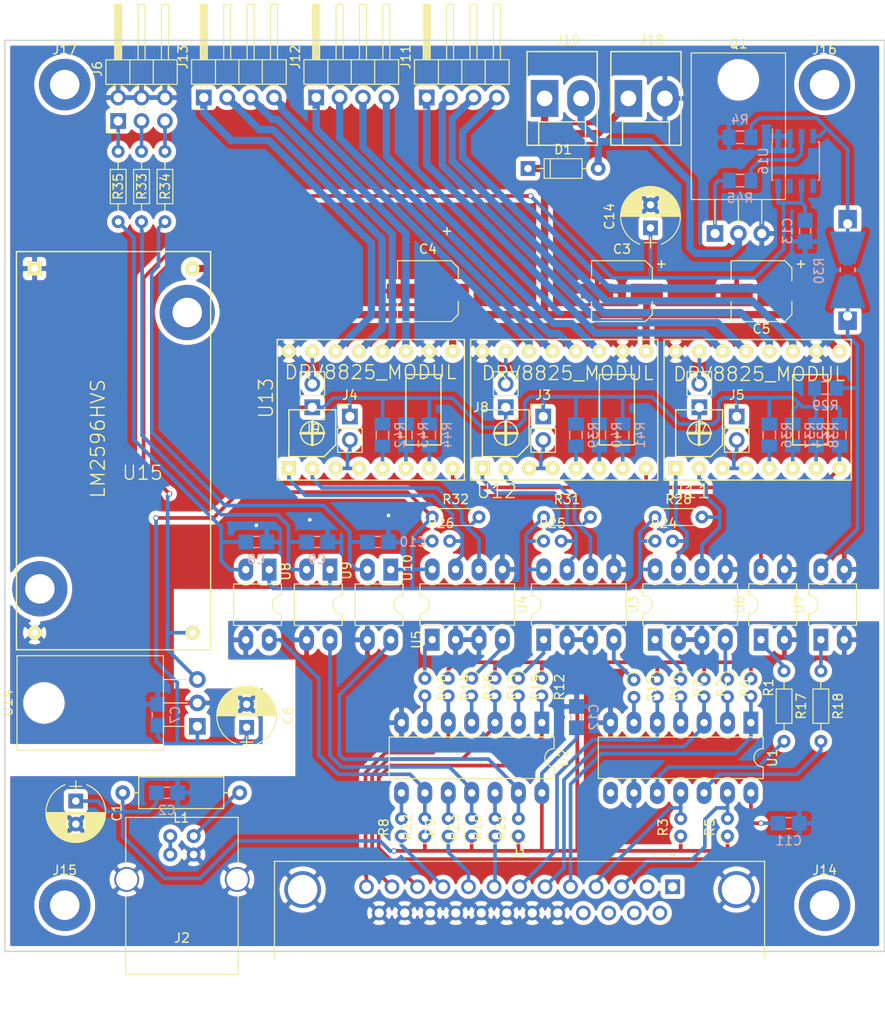
<source format=kicad_pcb>
(kicad_pcb (version 20171130) (host pcbnew "(5.0.0)")
  (layers (0 F.Cu signal) (31 B.Cu signal) (34 B.Paste user) (35 F.Paste user) (36 B.SilkS user) (37 F.SilkS user) (38 B.Mask user) (39 F.Mask user) (44 Edge.Cuts user))
  (net 0 "")
  (net 1 GND)
  (net 2 /X-STEP)
  (net 3 /X-DIR)
  (net 4 /Y-STEP)
  (net 5 /Y-DIR)
  (net 6 /Z-STEP)
  (net 7 "Net-(R6-Pad1)")
  (net 8 "Net-(R6-Pad2)")
  (net 9 "Net-(R7-Pad1)")
  (net 10 "Net-(R7-Pad2)")
  (net 11 /Z-DIR)
  (net 12 "Net-(J1-Pad8)")
  (net 13 "Net-(J1-Pad9)")
  (net 14 "Net-(R15-Pad1)")
  (net 15 "Net-(R15-Pad2)")
  (net 16 "Net-(R17-Pad1)")
  (net 17 "Net-(R17-Pad2)")
  (net 18 "Net-(R18-Pad1)")
  (net 19 "Net-(R18-Pad2)")
  (net 20 "Net-(R19-Pad1)")
  (net 21 "Net-(R19-Pad2)")
  (net 22 "Net-(R20-Pad1)")
  (net 23 "Net-(R20-Pad2)")
  (net 24 "Net-(R21-Pad2)")
  (net 25 "Net-(R22-Pad2)")
  (net 26 "Net-(R23-Pad2)")
  (net 27 "Net-(R24-Pad2)")
  (net 28 "Net-(R25-Pad2)")
  (net 29 "Net-(R26-Pad2)")
  (net 30 "Net-(R27-Pad2)")
  (net 31 "Net-(R28-Pad2)")
  (net 32 "Net-(R29-Pad2)")
  (net 33 "Net-(R31-Pad2)")
  (net 34 "Net-(R32-Pad2)")
  (net 35 "Net-(J6-Pad3)")
  (net 36 "Net-(J6-Pad1)")
  (net 37 "Net-(R36-Pad1)")
  (net 38 "Net-(R37-Pad1)")
  (net 39 "Net-(R38-Pad1)")
  (net 40 "Net-(R39-Pad1)")
  (net 41 "Net-(R40-Pad1)")
  (net 42 "Net-(R41-Pad1)")
  (net 43 "Net-(Q1-Pad1)")
  (net 44 GNDA)
  (net 45 +5VD)
  (net 46 +36V)
  (net 47 "Net-(J11-Pad1)")
  (net 48 "Net-(J11-Pad2)")
  (net 49 "Net-(J11-Pad3)")
  (net 50 "Net-(J11-Pad4)")
  (net 51 "Net-(J5-Pad2)")
  (net 52 "Net-(J12-Pad1)")
  (net 53 "Net-(J12-Pad2)")
  (net 54 "Net-(J12-Pad3)")
  (net 55 "Net-(J12-Pad4)")
  (net 56 "Net-(J13-Pad1)")
  (net 57 "Net-(J13-Pad2)")
  (net 58 "Net-(J13-Pad3)")
  (net 59 "Net-(J13-Pad4)")
  (net 60 "Net-(R42-Pad1)")
  (net 61 "Net-(R43-Pad1)")
  (net 62 "Net-(R44-Pad1)")
  (net 63 "Net-(J3-Pad2)")
  (net 64 "Net-(J4-Pad2)")
  (net 65 +5VA)
  (net 66 "Net-(R46-Pad1)")
  (net 67 "Net-(R46-Pad2)")
  (net 68 "Net-(J7-Pad2)")
  (net 69 "Net-(J8-Pad2)")
  (net 70 "Net-(J9-Pad2)")
  (net 71 "Net-(J1-Pad4)")
  (net 72 "Net-(J2-Pad1)")
  (net 73 "Net-(J1-Pad10)")
  (net 74 "Net-(J1-Pad3)")
  (net 75 "Net-(C8-Pad1)")
  (net 76 "Net-(C9-Pad1)")
  (net 77 "Net-(C10-Pad1)")
  (net 78 "Net-(R8-Pad2)")
  (net 79 "Net-(R9-Pad2)")
  (net 80 "Net-(R30-Pad1)")
  (net 81 "Net-(R45-Pad2)")
  (net 82 "Net-(D1-Pad2)")
  (net 83 +12V)
  (net 84 "Net-(J6-Pad5)")
  (net 85 "Net-(J2-Pad2)")
  (net 86 "Net-(R10-Pad2)")
  (net 87 "Net-(J1-Pad1)")
  (net 88 "Net-(J1-Pad2)")
  (net 89 "Net-(J1-Pad14)")
  (net 90 "Net-(J1-Pad15)")
  (net 91 "Net-(J1-Pad16)")
  (net 92 "Net-(J1-Pad17)")
  (net 93 "Net-(J14-Pad1)")
  (net 94 "Net-(J15-Pad1)")
  (net 95 "Net-(J16-Pad1)")
  (net 96 "Net-(J17-Pad1)")
  (net 97 "Net-(U1-Pad8)")
  (net 98 "Net-(U16-Pad5)")
  (net 99 "Net-(U16-Pad7)")
  (module Housings_DIP:DIP-14_W7.62mm_LongPads (layer F.Cu) (at 103.3 156.2 270)
    (fp_text reference U2 (at 3.81 -2.33 270) (layer F.SilkS))
    (fp_text value 74HC14)
    (pad 1 thru_hole rect (at 0 0 270) (size 2.4 1.6) (drill 0.8) (layers *.Cu *.Mask) (net 4 /Y-STEP))
    (pad 8 thru_hole oval (at 7.62 15.24 270) (size 2.4 1.6) (drill 0.8) (layers *.Cu *.Mask) (net 78 "Net-(R8-Pad2)"))
    (pad 2 thru_hole oval (at 0 2.54 270) (size 2.4 1.6) (drill 0.8) (layers *.Cu *.Mask) (net 21 "Net-(R19-Pad2)"))
    (pad 9 thru_hole oval (at 7.62 12.7 270) (size 2.4 1.6) (drill 0.8) (layers *.Cu *.Mask) (net 25 "Net-(R22-Pad2)"))
    (pad 3 thru_hole oval (at 0 5.08 270) (size 2.4 1.6) (drill 0.8) (layers *.Cu *.Mask) (net 6 /Z-STEP))
    (pad 10 thru_hole oval (at 7.62 10.16 270) (size 2.4 1.6) (drill 0.8) (layers *.Cu *.Mask) (net 79 "Net-(R9-Pad2)"))
    (pad 4 thru_hole oval (at 0 7.62 270) (size 2.4 1.6) (drill 0.8) (layers *.Cu *.Mask) (net 23 "Net-(R20-Pad2)"))
    (pad 11 thru_hole oval (at 7.62 7.62 270) (size 2.4 1.6) (drill 0.8) (layers *.Cu *.Mask) (net 26 "Net-(R23-Pad2)"))
    (pad 5 thru_hole oval (at 0 10.16 270) (size 2.4 1.6) (drill 0.8) (layers *.Cu *.Mask) (net 11 /Z-DIR))
    (pad 12 thru_hole oval (at 7.62 5.08 270) (size 2.4 1.6) (drill 0.8) (layers *.Cu *.Mask) (net 86 "Net-(R10-Pad2)"))
    (pad 6 thru_hole oval (at 0 12.7 270) (size 2.4 1.6) (drill 0.8) (layers *.Cu *.Mask) (net 67 "Net-(R46-Pad2)"))
    (pad 13 thru_hole oval (at 7.62 2.54 270) (size 2.4 1.6) (drill 0.8) (layers *.Cu *.Mask) (net 24 "Net-(R21-Pad2)"))
    (pad 7 thru_hole oval (at 0 15.24 270) (size 2.4 1.6) (drill 0.8) (layers *.Cu *.Mask) (net 1 GND))
    (pad 14 thru_hole oval (at 7.62 0 270) (size 2.4 1.6) (drill 0.8) (layers *.Cu *.Mask) (net 45 +5VD))
  )
  (module Pin_Headers:Pin_Header_Angled_2x03_Pitch2.54mm (layer F.Cu) (at 57.3 90.95 90)
    (fp_text reference J6 (at 5.655 -2.27 90) (layer F.SilkS))
    (fp_text value LIMITS)
    (pad 1 thru_hole rect (at 0 0 90) (size 1.7 1.7) (drill 1) (layers *.Cu *.Mask) (net 36 "Net-(J6-Pad1)"))
    (pad 2 thru_hole oval (at 2.54 0 90) (size 1.7 1.7) (drill 1) (layers *.Cu *.Mask) (net 44 GNDA))
    (pad 3 thru_hole oval (at 0 2.54 90) (size 1.7 1.7) (drill 1) (layers *.Cu *.Mask) (net 35 "Net-(J6-Pad3)"))
    (pad 4 thru_hole oval (at 2.54 2.54 90) (size 1.7 1.7) (drill 1) (layers *.Cu *.Mask) (net 44 GNDA))
    (pad 5 thru_hole oval (at 0 5.08 90) (size 1.7 1.7) (drill 1) (layers *.Cu *.Mask) (net 84 "Net-(J6-Pad5)"))
    (pad 6 thru_hole oval (at 2.54 5.08 90) (size 1.7 1.7) (drill 1) (layers *.Cu *.Mask) (net 44 GNDA))
  )
  (module Housings_SOIC:SOIC-8_3.9x4.9mm_Pitch1.27mm (layer B.Cu) (at 130.86 95.29 270)
    (fp_text reference U16 (at 0 3.5 270) (layer B.SilkS) (effects (justify mirror)))
    (fp_text value NE555)
    (pad 1 smd rect (at -2.7 1.905 270) (size 1.55 0.6) (layers B.Cu B.Paste B.Mask) (net 44 GNDA))
    (pad 2 smd rect (at -2.7 0.635 270) (size 1.55 0.6) (layers B.Cu B.Paste B.Mask) (net 44 GNDA))
    (pad 3 smd rect (at -2.7 -0.635 270) (size 1.55 0.6) (layers B.Cu B.Paste B.Mask) (net 81 "Net-(R45-Pad2)"))
    (pad 4 smd rect (at -2.7 -1.905 270) (size 1.55 0.6) (layers B.Cu B.Paste B.Mask) (net 80 "Net-(R30-Pad1)"))
    (pad 5 smd rect (at 2.7 -1.905 270) (size 1.55 0.6) (layers B.Cu B.Paste B.Mask) (net 98 "Net-(U16-Pad5)"))
    (pad 6 smd rect (at 2.7 -0.635 270) (size 1.55 0.6) (layers B.Cu B.Paste B.Mask) (net 83 +12V))
    (pad 7 smd rect (at 2.7 0.635 270) (size 1.55 0.6) (layers B.Cu B.Paste B.Mask) (net 99 "Net-(U16-Pad7)"))
    (pad 8 smd rect (at 2.7 1.905 270) (size 1.55 0.6) (layers B.Cu B.Paste B.Mask) (net 83 +12V))
  )
  (module footprints:DRV8825 (layer F.Cu) (at 128 121 90)
    (fp_text reference U11 (at -10.1 -8.6 180) (layer F.SilkS) (effects (font (size 1.5 1.5))))
    (fp_text value DRV8825_MODUL (at 2.6 -1.1 180) (layer F.SilkS) (effects (font (size 1.5 1.5))))
    (pad 1 thru_hole rect (at -7.62 -10.16 90) (size 1.524 1.524) (drill 0.762) (layers *.Cu *.Mask F.SilkS) (net 27 "Net-(R24-Pad2)"))
    (pad 2 thru_hole circle (at -7.62 -7.62 90) (size 1.524 1.524) (drill 0.762) (layers *.Cu *.Mask F.SilkS) (net 31 "Net-(R28-Pad2)"))
    (pad 3 thru_hole circle (at -7.62 -5.08 90) (size 1.524 1.524) (drill 0.762) (layers *.Cu *.Mask F.SilkS) (net 51 "Net-(J5-Pad2)"))
    (pad 4 thru_hole circle (at -7.62 -2.54 90) (size 1.524 1.524) (drill 0.762) (layers *.Cu *.Mask F.SilkS) (net 51 "Net-(J5-Pad2)"))
    (pad 5 thru_hole circle (at -7.62 0 90) (size 1.524 1.524) (drill 0.762) (layers *.Cu *.Mask F.SilkS) (net 37 "Net-(R36-Pad1)"))
    (pad 6 thru_hole circle (at -7.62 2.54 90) (size 1.524 1.524) (drill 0.762) (layers *.Cu *.Mask F.SilkS) (net 38 "Net-(R37-Pad1)"))
    (pad 7 thru_hole circle (at -7.62 5.08 90) (size 1.524 1.524) (drill 0.762) (layers *.Cu *.Mask F.SilkS) (net 39 "Net-(R38-Pad1)"))
    (pad 8 thru_hole circle (at -7.62 7.62 90) (size 1.524 1.524) (drill 0.762) (layers *.Cu *.Mask F.SilkS) (net 30 "Net-(R27-Pad2)"))
    (pad 9 thru_hole circle (at 5.08 7.62 90) (size 1.524 1.524) (drill 0.762) (layers *.Cu *.Mask F.SilkS) (net 46 +36V))
    (pad 10 thru_hole circle (at 5.08 5.08 90) (size 1.524 1.524) (drill 0.762) (layers *.Cu *.Mask F.SilkS) (net 44 GNDA))
    (pad 11 thru_hole circle (at 5.08 2.54 90) (size 1.524 1.524) (drill 0.762) (layers *.Cu *.Mask F.SilkS) (net 50 "Net-(J11-Pad4)"))
    (pad 12 thru_hole circle (at 5.08 0 90) (size 1.524 1.524) (drill 0.762) (layers *.Cu *.Mask F.SilkS) (net 49 "Net-(J11-Pad3)"))
    (pad 13 thru_hole circle (at 5.08 -2.54 90) (size 1.524 1.524) (drill 0.762) (layers *.Cu *.Mask F.SilkS) (net 48 "Net-(J11-Pad2)"))
    (pad 14 thru_hole circle (at 5.08 -5.08 90) (size 1.524 1.524) (drill 0.762) (layers *.Cu *.Mask F.SilkS) (net 47 "Net-(J11-Pad1)"))
    (pad 15 thru_hole circle (at 5.08 -7.62 90) (size 1.524 1.524) (drill 0.762) (layers *.Cu *.Mask F.SilkS) (net 68 "Net-(J7-Pad2)"))
    (pad 16 thru_hole circle (at 5.08 -10.16 90) (size 1.524 1.524) (drill 0.762) (layers *.Cu *.Mask F.SilkS) (net 44 GNDA))
  )
  (module Connectors_Molex:Molex_KK-41791-02_02x3.96mm_Straight (layer F.Cu) (at 112.7 88.5)
    (fp_text reference J18 (at 2.54 -6.35) (layer F.SilkS))
    (fp_text value 36v)
    (pad 2 thru_hole oval (at 3.9624 0) (size 3 4) (drill 1.7) (layers *.Cu *.Mask) (net 44 GNDA))
    (pad 1 thru_hole rect (at 0 0) (size 3 4) (drill 1.7) (layers *.Cu *.Mask) (net 46 +36V))
  )
  (module Resistor_THT:R_Axial_DIN0309_L9.0mm_D3.2mm_P12.70mm_Horizontal (layer F.Cu) (at 70.5 163.8 180)
    (fp_text reference L1 (at 6.35 -2.72 180) (layer F.SilkS))
    (fp_text value 33uH)
    (pad 1 thru_hole circle (at 0 0 180) (size 1.6 1.6) (drill 0.8) (layers *.Cu *.Mask) (net 72 "Net-(J2-Pad1)"))
    (pad 2 thru_hole oval (at 12.7 0 180) (size 1.6 1.6) (drill 0.8) (layers *.Cu *.Mask) (net 45 +5VD))
  )
  (module Connector_PinHeader_2.54mm:PinHeader_1x04_P2.54mm_Horizontal (layer F.Cu) (at 90.8 88.4 90)
    (fp_text reference J11 (at 4.385 -2.27 90) (layer F.SilkS))
    (fp_text value Conn_01x04)
    (pad 1 thru_hole rect (at 0 0 90) (size 1.7 1.7) (drill 1) (layers *.Cu *.Mask) (net 47 "Net-(J11-Pad1)"))
    (pad 2 thru_hole oval (at 0 2.54 90) (size 1.7 1.7) (drill 1) (layers *.Cu *.Mask) (net 48 "Net-(J11-Pad2)"))
    (pad 3 thru_hole oval (at 0 5.08 90) (size 1.7 1.7) (drill 1) (layers *.Cu *.Mask) (net 49 "Net-(J11-Pad3)"))
    (pad 4 thru_hole oval (at 0 7.62 90) (size 1.7 1.7) (drill 1) (layers *.Cu *.Mask) (net 50 "Net-(J11-Pad4)"))
  )
  (module Connector_PinHeader_2.54mm:PinHeader_1x04_P2.54mm_Horizontal (layer F.Cu) (at 78.8 88.4 90)
    (fp_text reference J12 (at 4.385 -2.27 90) (layer F.SilkS))
    (fp_text value Conn_01x04)
    (pad 4 thru_hole oval (at 0 7.62 90) (size 1.7 1.7) (drill 1) (layers *.Cu *.Mask) (net 55 "Net-(J12-Pad4)"))
    (pad 3 thru_hole oval (at 0 5.08 90) (size 1.7 1.7) (drill 1) (layers *.Cu *.Mask) (net 54 "Net-(J12-Pad3)"))
    (pad 2 thru_hole oval (at 0 2.54 90) (size 1.7 1.7) (drill 1) (layers *.Cu *.Mask) (net 53 "Net-(J12-Pad2)"))
    (pad 1 thru_hole rect (at 0 0 90) (size 1.7 1.7) (drill 1) (layers *.Cu *.Mask) (net 52 "Net-(J12-Pad1)"))
  )
  (module Connector_PinHeader_2.54mm:PinHeader_1x04_P2.54mm_Horizontal (layer F.Cu) (at 66.6 88.4 90)
    (fp_text reference J13 (at 4.385 -2.27 90) (layer F.SilkS))
    (fp_text value Conn_01x04)
    (pad 1 thru_hole rect (at 0 0 90) (size 1.7 1.7) (drill 1) (layers *.Cu *.Mask) (net 56 "Net-(J13-Pad1)"))
    (pad 2 thru_hole oval (at 0 2.54 90) (size 1.7 1.7) (drill 1) (layers *.Cu *.Mask) (net 57 "Net-(J13-Pad2)"))
    (pad 3 thru_hole oval (at 0 5.08 90) (size 1.7 1.7) (drill 1) (layers *.Cu *.Mask) (net 58 "Net-(J13-Pad3)"))
    (pad 4 thru_hole oval (at 0 7.62 90) (size 1.7 1.7) (drill 1) (layers *.Cu *.Mask) (net 59 "Net-(J13-Pad4)"))
  )
  (module Connectors:USB_B (layer F.Cu) (at 65.5 168.5 270)
    (fp_text reference J2 (at 11.05 1.27) (layer F.SilkS))
    (fp_text value USB_B)
    (pad 2 thru_hole circle (at 0 2.54 180) (size 1.52 1.52) (drill 0.81) (layers *.Cu *.Mask) (net 85 "Net-(J2-Pad2)"))
    (pad 1 thru_hole circle (at 0 0 180) (size 1.52 1.52) (drill 0.81) (layers *.Cu *.Mask) (net 72 "Net-(J2-Pad1)"))
    (pad 4 thru_hole circle (at 2 0 180) (size 1.52 1.52) (drill 0.81) (layers *.Cu *.Mask) (net 1 GND))
    (pad 3 thru_hole circle (at 2 2.54 180) (size 1.52 1.52) (drill 0.81) (layers *.Cu *.Mask) (net 85 "Net-(J2-Pad2)"))
    (pad 5 thru_hole circle (at 4.7 7.27 180) (size 2.7 2.7) (drill 2.3) (layers *.Cu *.Mask) (net 1 GND))
    (pad 5 thru_hole circle (at 4.7 -4.73 180) (size 2.7 2.7) (drill 2.3) (layers *.Cu *.Mask) (net 1 GND))
  )
  (module footprints:C_1206_0603 (layer B.Cu) (at 61.6 155.35 90)
    (fp_text reference C7 (at 0 1.9 90) (layer B.SilkS) (effects (justify mirror)))
    (fp_text value 100nF)
    (pad 2 smd rect (at 1.15 0 90) (size 1.6 1.6) (layers B.Cu B.Paste B.Mask) (net 44 GNDA))
    (pad 1 smd rect (at -1.15 0 90) (size 1.6 1.6) (layers B.Cu B.Paste B.Mask) (net 65 +5VA))
  )
  (module footprints:Resistor_SMD+THTuniversal_0603to2512_RM10_HandSoldering (layer B.Cu) (at 136.5 107.1 270)
    (fp_text reference R30 (at 0.09906 3.0988 270) (layer B.SilkS) (effects (justify mirror)))
    (fp_text value 6.8k hide)
    (pad 1 smd trapezoid (at -2.413 0 270) (size 3.50012 2.79908) (rect_delta 1.09982 0) (layers B.Cu B.Paste B.Mask) (net 80 "Net-(R30-Pad1)"))
    (pad 2 smd trapezoid (at 2.413 0 90) (size 3.50012 2.79908) (rect_delta 1.09982 0) (layers B.Cu B.Paste B.Mask) (net 32 "Net-(R29-Pad2)"))
    (pad 1 thru_hole rect (at -5.00126 0 90) (size 1.99898 1.99898) (drill 1.00076 (offset 0.50038 0)) (layers *.Cu *.Mask) (net 80 "Net-(R30-Pad1)"))
    (pad 2 thru_hole rect (at 5.00126 0 90) (size 1.99898 1.99898) (drill 1.00076 (offset -0.50038 0)) (layers *.Cu *.Mask) (net 32 "Net-(R29-Pad2)"))
    (pad 2 smd trapezoid (at 0.58 0 270) (size 0.175 0.9) (layers B.Cu B.Paste B.Mask) (net 32 "Net-(R29-Pad2)"))
    (pad 1 smd trapezoid (at -0.58 0 270) (size 0.175 0.9) (layers B.Cu B.Paste B.Mask) (net 80 "Net-(R30-Pad1)"))
  )
  (module TO_SOT_Packages_THT:TO-220-3_Horizontal (layer F.Cu) (at 65.9 156.6 90)
    (fp_text reference U14 (at 2.54 -20.58 90) (layer F.SilkS))
    (fp_text value L7805)
    (pad 0 np_thru_hole oval (at 2.54 -16.66 90) (size 3.5 3.5) (drill 3.5) (layers *.Cu *.Mask))
    (pad 1 thru_hole rect (at 0 0 90) (size 1.8 1.8) (drill 1) (layers *.Cu *.Mask) (net 65 +5VA))
    (pad 2 thru_hole oval (at 2.54 0 90) (size 1.8 1.8) (drill 1) (layers *.Cu *.Mask) (net 44 GNDA))
    (pad 3 thru_hole oval (at 5.08 0 90) (size 1.8 1.8) (drill 1) (layers *.Cu *.Mask) (net 83 +12V))
  )
  (module Housings_DIP:DIP-14_W7.62mm_LongPads (layer F.Cu) (at 126 156.2 270)
    (fp_text reference U1 (at 3.81 -2.33 270) (layer F.SilkS))
    (fp_text value 74HC14)
    (pad 1 thru_hole rect (at 0 0 270) (size 2.4 1.6) (drill 0.8) (layers *.Cu *.Mask) (net 2 /X-STEP))
    (pad 8 thru_hole oval (at 7.62 15.24 270) (size 2.4 1.6) (drill 0.8) (layers *.Cu *.Mask) (net 97 "Net-(U1-Pad8)"))
    (pad 2 thru_hole oval (at 0 2.54 270) (size 2.4 1.6) (drill 0.8) (layers *.Cu *.Mask) (net 8 "Net-(R6-Pad2)"))
    (pad 9 thru_hole oval (at 7.62 12.7 270) (size 2.4 1.6) (drill 0.8) (layers *.Cu *.Mask) (net 1 GND))
    (pad 3 thru_hole oval (at 0 5.08 270) (size 2.4 1.6) (drill 0.8) (layers *.Cu *.Mask) (net 3 /X-DIR))
    (pad 10 thru_hole oval (at 7.62 10.16 270) (size 2.4 1.6) (drill 0.8) (layers *.Cu *.Mask) (net 17 "Net-(R17-Pad2)"))
    (pad 4 thru_hole oval (at 0 7.62 270) (size 2.4 1.6) (drill 0.8) (layers *.Cu *.Mask) (net 10 "Net-(R7-Pad2)"))
    (pad 11 thru_hole oval (at 7.62 7.62 270) (size 2.4 1.6) (drill 0.8) (layers *.Cu *.Mask) (net 71 "Net-(J1-Pad4)"))
    (pad 5 thru_hole oval (at 0 10.16 270) (size 2.4 1.6) (drill 0.8) (layers *.Cu *.Mask) (net 5 /Y-DIR))
    (pad 12 thru_hole oval (at 7.62 5.08 270) (size 2.4 1.6) (drill 0.8) (layers *.Cu *.Mask) (net 19 "Net-(R18-Pad2)"))
    (pad 6 thru_hole oval (at 0 12.7 270) (size 2.4 1.6) (drill 0.8) (layers *.Cu *.Mask) (net 15 "Net-(R15-Pad2)"))
    (pad 13 thru_hole oval (at 7.62 2.54 270) (size 2.4 1.6) (drill 0.8) (layers *.Cu *.Mask) (net 74 "Net-(J1-Pad3)"))
    (pad 7 thru_hole oval (at 0 15.24 270) (size 2.4 1.6) (drill 0.8) (layers *.Cu *.Mask) (net 1 GND))
    (pad 14 thru_hole oval (at 7.62 0 270) (size 2.4 1.6) (drill 0.8) (layers *.Cu *.Mask) (net 45 +5VD))
  )
  (module Housings_DIP:DIP-4_W7.62mm_LongPads (layer F.Cu) (at 127.1 147.2 90)
    (fp_text reference U6 (at 3.81 -2.33 90) (layer F.SilkS))
    (fp_text value PC817)
    (pad 1 thru_hole rect (at 0 0 90) (size 2.4 1.6) (drill 0.8) (layers *.Cu *.Mask) (net 16 "Net-(R17-Pad1)"))
    (pad 3 thru_hole oval (at 7.62 2.54 90) (size 2.4 1.6) (drill 0.8) (layers *.Cu *.Mask) (net 44 GNDA))
    (pad 2 thru_hole oval (at 0 2.54 90) (size 2.4 1.6) (drill 0.8) (layers *.Cu *.Mask) (net 1 GND))
    (pad 4 thru_hole oval (at 7.62 0 90) (size 2.4 1.6) (drill 0.8) (layers *.Cu *.Mask) (net 30 "Net-(R27-Pad2)"))
  )
  (module Housings_DIP:DIP-4_W7.62mm_LongPads (layer F.Cu) (at 133.6 147.2 90)
    (fp_text reference U7 (at 3.81 -2.33 90) (layer F.SilkS))
    (fp_text value PC817)
    (pad 1 thru_hole rect (at 0 0 90) (size 2.4 1.6) (drill 0.8) (layers *.Cu *.Mask) (net 18 "Net-(R18-Pad1)"))
    (pad 3 thru_hole oval (at 7.62 2.54 90) (size 2.4 1.6) (drill 0.8) (layers *.Cu *.Mask) (net 44 GNDA))
    (pad 2 thru_hole oval (at 0 2.54 90) (size 2.4 1.6) (drill 0.8) (layers *.Cu *.Mask) (net 1 GND))
    (pad 4 thru_hole oval (at 7.62 0 90) (size 2.4 1.6) (drill 0.8) (layers *.Cu *.Mask) (net 32 "Net-(R29-Pad2)"))
  )
  (module Housings_DIP:DIP-4_W7.62mm_LongPads (layer F.Cu) (at 73.7 139.6 270)
    (fp_text reference U8 (at 0.2 -1.8 270) (layer F.SilkS))
    (fp_text value PC817)
    (pad 1 thru_hole rect (at 0 0 270) (size 2.4 1.6) (drill 0.8) (layers *.Cu *.Mask) (net 65 +5VA))
    (pad 3 thru_hole oval (at 7.62 2.54 270) (size 2.4 1.6) (drill 0.8) (layers *.Cu *.Mask) (net 1 GND))
    (pad 2 thru_hole oval (at 0 2.54 270) (size 2.4 1.6) (drill 0.8) (layers *.Cu *.Mask) (net 75 "Net-(C8-Pad1)"))
    (pad 4 thru_hole oval (at 7.62 0 270) (size 2.4 1.6) (drill 0.8) (layers *.Cu *.Mask) (net 25 "Net-(R22-Pad2)"))
  )
  (module Housings_DIP:DIP-4_W7.62mm_LongPads (layer F.Cu) (at 80.3 139.6 270)
    (fp_text reference U9 (at 0.1 -1.8 90) (layer F.SilkS))
    (fp_text value PC817 hide)
    (pad 1 thru_hole rect (at 0 0 270) (size 2.4 1.6) (drill 0.8) (layers *.Cu *.Mask) (net 65 +5VA))
    (pad 3 thru_hole oval (at 7.62 2.54 270) (size 2.4 1.6) (drill 0.8) (layers *.Cu *.Mask) (net 1 GND))
    (pad 2 thru_hole oval (at 0 2.54 270) (size 2.4 1.6) (drill 0.8) (layers *.Cu *.Mask) (net 76 "Net-(C9-Pad1)"))
    (pad 4 thru_hole oval (at 7.62 0 270) (size 2.4 1.6) (drill 0.8) (layers *.Cu *.Mask) (net 26 "Net-(R23-Pad2)"))
  )
  (module Housings_DIP:DIP-4_W7.62mm_LongPads (layer F.Cu) (at 86.9 139.6 270)
    (fp_text reference U10 (at -0.2 -1.8 90) (layer F.SilkS))
    (fp_text value PC817)
    (pad 1 thru_hole rect (at 0 0 270) (size 2.4 1.6) (drill 0.8) (layers *.Cu *.Mask) (net 65 +5VA))
    (pad 3 thru_hole oval (at 7.62 2.54 270) (size 2.4 1.6) (drill 0.8) (layers *.Cu *.Mask) (net 1 GND))
    (pad 2 thru_hole oval (at 0 2.54 270) (size 2.4 1.6) (drill 0.8) (layers *.Cu *.Mask) (net 77 "Net-(C10-Pad1)"))
    (pad 4 thru_hole oval (at 7.62 0 270) (size 2.4 1.6) (drill 0.8) (layers *.Cu *.Mask) (net 24 "Net-(R21-Pad2)"))
  )
  (module Connectors_Molex:Molex_KK-41791-02_02x3.96mm_Straight (layer F.Cu) (at 103.6 88.5)
    (fp_text reference J10 (at 2.54 -6.35) (layer F.SilkS))
    (fp_text value SPINDLE)
    (pad 1 thru_hole rect (at 0 0) (size 3 4) (drill 1.7) (layers *.Cu *.Mask) (net 46 +36V))
    (pad 2 thru_hole oval (at 3.9624 0) (size 3 4) (drill 1.7) (layers *.Cu *.Mask) (net 82 "Net-(D1-Pad2)"))
  )
  (module footprints:DRV8825 (layer F.Cu) (at 107 121 90)
    (fp_text reference U12 (at -10.1 -8.6 180) (layer F.SilkS) (effects (font (size 1.5 1.5))))
    (fp_text value DRV8825_MODUL (at 2.7 -0.9 180) (layer F.SilkS) (effects (font (size 1.5 1.5))))
    (pad 1 thru_hole rect (at -7.62 -10.16 90) (size 1.524 1.524) (drill 0.762) (layers *.Cu *.Mask F.SilkS) (net 28 "Net-(R25-Pad2)"))
    (pad 2 thru_hole circle (at -7.62 -7.62 90) (size 1.524 1.524) (drill 0.762) (layers *.Cu *.Mask F.SilkS) (net 33 "Net-(R31-Pad2)"))
    (pad 3 thru_hole circle (at -7.62 -5.08 90) (size 1.524 1.524) (drill 0.762) (layers *.Cu *.Mask F.SilkS) (net 63 "Net-(J3-Pad2)"))
    (pad 4 thru_hole circle (at -7.62 -2.54 90) (size 1.524 1.524) (drill 0.762) (layers *.Cu *.Mask F.SilkS) (net 63 "Net-(J3-Pad2)"))
    (pad 5 thru_hole circle (at -7.62 0 90) (size 1.524 1.524) (drill 0.762) (layers *.Cu *.Mask F.SilkS) (net 40 "Net-(R39-Pad1)"))
    (pad 6 thru_hole circle (at -7.62 2.54 90) (size 1.524 1.524) (drill 0.762) (layers *.Cu *.Mask F.SilkS) (net 41 "Net-(R40-Pad1)"))
    (pad 7 thru_hole circle (at -7.62 5.08 90) (size 1.524 1.524) (drill 0.762) (layers *.Cu *.Mask F.SilkS) (net 42 "Net-(R41-Pad1)"))
    (pad 8 thru_hole circle (at -7.62 7.62 90) (size 1.524 1.524) (drill 0.762) (layers *.Cu *.Mask F.SilkS) (net 30 "Net-(R27-Pad2)"))
    (pad 9 thru_hole circle (at 5.08 7.62 90) (size 1.524 1.524) (drill 0.762) (layers *.Cu *.Mask F.SilkS) (net 46 +36V))
    (pad 10 thru_hole circle (at 5.08 5.08 90) (size 1.524 1.524) (drill 0.762) (layers *.Cu *.Mask F.SilkS) (net 44 GNDA))
    (pad 11 thru_hole circle (at 5.08 2.54 90) (size 1.524 1.524) (drill 0.762) (layers *.Cu *.Mask F.SilkS) (net 55 "Net-(J12-Pad4)"))
    (pad 12 thru_hole circle (at 5.08 0 90) (size 1.524 1.524) (drill 0.762) (layers *.Cu *.Mask F.SilkS) (net 54 "Net-(J12-Pad3)"))
    (pad 13 thru_hole circle (at 5.08 -2.54 90) (size 1.524 1.524) (drill 0.762) (layers *.Cu *.Mask F.SilkS) (net 53 "Net-(J12-Pad2)"))
    (pad 14 thru_hole circle (at 5.08 -5.08 90) (size 1.524 1.524) (drill 0.762) (layers *.Cu *.Mask F.SilkS) (net 52 "Net-(J12-Pad1)"))
    (pad 15 thru_hole circle (at 5.08 -7.62 90) (size 1.524 1.524) (drill 0.762) (layers *.Cu *.Mask F.SilkS) (net 69 "Net-(J8-Pad2)"))
    (pad 16 thru_hole circle (at 5.08 -10.16 90) (size 1.524 1.524) (drill 0.762) (layers *.Cu *.Mask F.SilkS) (net 44 GNDA))
  )
  (module footprints:DRV8825 (layer F.Cu) (at 86 121 90)
    (fp_text reference U13 (at 0 -12.65 90) (layer F.SilkS) (effects (font (size 1.5 1.5))))
    (fp_text value DRV8825_MODUL (at 2.8 -1.3 180) (layer F.SilkS) (effects (font (size 1.5 1.5))))
    (pad 1 thru_hole rect (at -7.62 -10.16 90) (size 1.524 1.524) (drill 0.762) (layers *.Cu *.Mask F.SilkS) (net 29 "Net-(R26-Pad2)"))
    (pad 2 thru_hole circle (at -7.62 -7.62 90) (size 1.524 1.524) (drill 0.762) (layers *.Cu *.Mask F.SilkS) (net 34 "Net-(R32-Pad2)"))
    (pad 3 thru_hole circle (at -7.62 -5.08 90) (size 1.524 1.524) (drill 0.762) (layers *.Cu *.Mask F.SilkS) (net 64 "Net-(J4-Pad2)"))
    (pad 4 thru_hole circle (at -7.62 -2.54 90) (size 1.524 1.524) (drill 0.762) (layers *.Cu *.Mask F.SilkS) (net 64 "Net-(J4-Pad2)"))
    (pad 5 thru_hole circle (at -7.62 0 90) (size 1.524 1.524) (drill 0.762) (layers *.Cu *.Mask F.SilkS) (net 60 "Net-(R42-Pad1)"))
    (pad 6 thru_hole circle (at -7.62 2.54 90) (size 1.524 1.524) (drill 0.762) (layers *.Cu *.Mask F.SilkS) (net 61 "Net-(R43-Pad1)"))
    (pad 7 thru_hole circle (at -7.62 5.08 90) (size 1.524 1.524) (drill 0.762) (layers *.Cu *.Mask F.SilkS) (net 62 "Net-(R44-Pad1)"))
    (pad 8 thru_hole circle (at -7.62 7.62 90) (size 1.524 1.524) (drill 0.762) (layers *.Cu *.Mask F.SilkS) (net 30 "Net-(R27-Pad2)"))
    (pad 9 thru_hole circle (at 5.08 7.62 90) (size 1.524 1.524) (drill 0.762) (layers *.Cu *.Mask F.SilkS) (net 46 +36V))
    (pad 10 thru_hole circle (at 5.08 5.08 90) (size 1.524 1.524) (drill 0.762) (layers *.Cu *.Mask F.SilkS) (net 44 GNDA))
    (pad 11 thru_hole circle (at 5.08 2.54 90) (size 1.524 1.524) (drill 0.762) (layers *.Cu *.Mask F.SilkS) (net 59 "Net-(J13-Pad4)"))
    (pad 12 thru_hole circle (at 5.08 0 90) (size 1.524 1.524) (drill 0.762) (layers *.Cu *.Mask F.SilkS) (net 58 "Net-(J13-Pad3)"))
    (pad 13 thru_hole circle (at 5.08 -2.54 90) (size 1.524 1.524) (drill 0.762) (layers *.Cu *.Mask F.SilkS) (net 57 "Net-(J13-Pad2)"))
    (pad 14 thru_hole circle (at 5.08 -5.08 90) (size 1.524 1.524) (drill 0.762) (layers *.Cu *.Mask F.SilkS) (net 56 "Net-(J13-Pad1)"))
    (pad 15 thru_hole circle (at 5.08 -7.62 90) (size 1.524 1.524) (drill 0.762) (layers *.Cu *.Mask F.SilkS) (net 70 "Net-(J9-Pad2)"))
    (pad 16 thru_hole circle (at 5.08 -10.16 90) (size 1.524 1.524) (drill 0.762) (layers *.Cu *.Mask F.SilkS) (net 44 GNDA))
  )
  (module TO_SOT_Packages_THT:TO-220-3_Horizontal (layer F.Cu) (at 122.1 103.15)
    (fp_text reference Q1 (at 2.54 -20.58) (layer F.SilkS))
    (fp_text value IRF540N hide)
    (pad 0 np_thru_hole oval (at 2.54 -16.66) (size 3.5 3.5) (drill 3.5) (layers *.Cu *.Mask))
    (pad 1 thru_hole rect (at 0 0) (size 1.8 1.8) (drill 1) (layers *.Cu *.Mask) (net 43 "Net-(Q1-Pad1)"))
    (pad 2 thru_hole oval (at 2.54 0) (size 1.8 1.8) (drill 1) (layers *.Cu *.Mask) (net 82 "Net-(D1-Pad2)"))
    (pad 3 thru_hole oval (at 5.08 0) (size 1.8 1.8) (drill 1) (layers *.Cu *.Mask) (net 44 GNDA))
  )
  (module Housings_DIP:DIP-8_W7.62mm_LongPads (layer F.Cu) (at 115.6 147.2 90)
    (fp_text reference U3 (at 3.81 -2.33 90) (layer F.SilkS))
    (fp_text value HCPL2630)
    (pad 1 thru_hole rect (at 0 0 90) (size 2.4 1.6) (drill 0.8) (layers *.Cu *.Mask) (net 9 "Net-(R7-Pad1)"))
    (pad 5 thru_hole oval (at 7.62 7.62 90) (size 2.4 1.6) (drill 0.8) (layers *.Cu *.Mask) (net 44 GNDA))
    (pad 2 thru_hole oval (at 0 2.54 90) (size 2.4 1.6) (drill 0.8) (layers *.Cu *.Mask) (net 1 GND))
    (pad 6 thru_hole oval (at 7.62 5.08 90) (size 2.4 1.6) (drill 0.8) (layers *.Cu *.Mask) (net 31 "Net-(R28-Pad2)"))
    (pad 3 thru_hole oval (at 0 5.08 90) (size 2.4 1.6) (drill 0.8) (layers *.Cu *.Mask) (net 1 GND))
    (pad 7 thru_hole oval (at 7.62 2.54 90) (size 2.4 1.6) (drill 0.8) (layers *.Cu *.Mask) (net 27 "Net-(R24-Pad2)"))
    (pad 4 thru_hole oval (at 0 7.62 90) (size 2.4 1.6) (drill 0.8) (layers *.Cu *.Mask) (net 7 "Net-(R6-Pad1)"))
    (pad 8 thru_hole oval (at 7.62 0 90) (size 2.4 1.6) (drill 0.8) (layers *.Cu *.Mask) (net 65 +5VA))
  )
  (module Housings_DIP:DIP-8_W7.62mm_LongPads (layer F.Cu) (at 91.4 147.2 90)
    (fp_text reference U5 (at 0 -1.7 90) (layer F.SilkS))
    (fp_text value HCPL2630)
    (pad 1 thru_hole rect (at 0 0 90) (size 2.4 1.6) (drill 0.8) (layers *.Cu *.Mask) (net 66 "Net-(R46-Pad1)"))
    (pad 5 thru_hole oval (at 7.62 7.62 90) (size 2.4 1.6) (drill 0.8) (layers *.Cu *.Mask) (net 44 GNDA))
    (pad 2 thru_hole oval (at 0 2.54 90) (size 2.4 1.6) (drill 0.8) (layers *.Cu *.Mask) (net 1 GND))
    (pad 6 thru_hole oval (at 7.62 5.08 90) (size 2.4 1.6) (drill 0.8) (layers *.Cu *.Mask) (net 34 "Net-(R32-Pad2)"))
    (pad 3 thru_hole oval (at 0 5.08 90) (size 2.4 1.6) (drill 0.8) (layers *.Cu *.Mask) (net 1 GND))
    (pad 7 thru_hole oval (at 7.62 2.54 90) (size 2.4 1.6) (drill 0.8) (layers *.Cu *.Mask) (net 29 "Net-(R26-Pad2)"))
    (pad 4 thru_hole oval (at 0 7.62 90) (size 2.4 1.6) (drill 0.8) (layers *.Cu *.Mask) (net 22 "Net-(R20-Pad1)"))
    (pad 8 thru_hole oval (at 7.62 0 90) (size 2.4 1.6) (drill 0.8) (layers *.Cu *.Mask) (net 65 +5VA))
  )
  (module Capacitors_SMD:CP_Elec_6.3x5.7 (layer F.Cu) (at 127.15 109.4 180)
    (fp_text reference C5 (at 0 -4.1 180) (layer F.SilkS))
    (fp_text value 47uF)
    (fp_text user + (at -4.28 3.01 180) (layer F.SilkS))
    (pad 1 smd rect (at -2.7 0) (size 3.5 1.6) (layers F.Cu F.Paste F.Mask) (net 46 +36V))
    (pad 2 smd rect (at 2.7 0) (size 3.5 1.6) (layers F.Cu F.Paste F.Mask) (net 44 GNDA))
  )
  (module Capacitors_SMD:CP_Elec_6.3x5.7 (layer F.Cu) (at 112 109.4 180)
    (fp_text reference C3 (at 0 4.56 180) (layer F.SilkS))
    (fp_text value 47uF)
    (fp_text user + (at -4.28 3.01 180) (layer F.SilkS))
    (pad 1 smd rect (at -2.7 0) (size 3.5 1.6) (layers F.Cu F.Paste F.Mask) (net 46 +36V))
    (pad 2 smd rect (at 2.7 0) (size 3.5 1.6) (layers F.Cu F.Paste F.Mask) (net 44 GNDA))
  )
  (module Capacitors_SMD:CP_Elec_6.3x5.7 (layer F.Cu) (at 90.93 109.4 180)
    (fp_text reference C4 (at 0 4.56 180) (layer F.SilkS))
    (fp_text value 47uF)
    (fp_text user + (at -2 6.5 270) (layer F.SilkS))
    (pad 1 smd rect (at -2.7 0) (size 3.5 1.6) (layers F.Cu F.Paste F.Mask) (net 46 +36V))
    (pad 2 smd rect (at 2.7 0) (size 3.5 1.6) (layers F.Cu F.Paste F.Mask) (net 44 GNDA))
  )
  (module Pin_Headers:Pin_Header_Straight_1x02_Pitch2.54mm (layer F.Cu) (at 78.38 122 180)
    (fp_text reference J9 (at 0 -2.33 180) (layer F.SilkS))
    (fp_text value DRV8825/A4988)
    (pad 1 thru_hole rect (at 0 0 180) (size 1.7 1.7) (drill 1) (layers *.Cu *.Mask) (net 65 +5VA))
    (pad 2 thru_hole oval (at 0 2.54 180) (size 1.7 1.7) (drill 1) (layers *.Cu *.Mask) (net 70 "Net-(J9-Pad2)"))
  )
  (module Pin_Headers:Pin_Header_Straight_1x02_Pitch2.54mm (layer F.Cu) (at 120.4 122 180)
    (fp_text reference J7 (at 0 -2.33 180) (layer F.SilkS))
    (fp_text value DRV8825/A4988)
    (pad 1 thru_hole rect (at 0 0 180) (size 1.7 1.7) (drill 1) (layers *.Cu *.Mask) (net 65 +5VA))
    (pad 2 thru_hole oval (at 0 2.54 180) (size 1.7 1.7) (drill 1) (layers *.Cu *.Mask) (net 68 "Net-(J7-Pad2)"))
  )
  (module Pin_Headers:Pin_Header_Straight_1x02_Pitch2.54mm (layer F.Cu) (at 99.38 122 180)
    (fp_text reference J8 (at 2.7 0 180) (layer F.SilkS))
    (fp_text value DRV8825/A4988)
    (pad 1 thru_hole rect (at 0 0 180) (size 1.7 1.7) (drill 1) (layers *.Cu *.Mask) (net 65 +5VA))
    (pad 2 thru_hole oval (at 0 2.54 180) (size 1.7 1.7) (drill 1) (layers *.Cu *.Mask) (net 69 "Net-(J8-Pad2)"))
  )
  (module footprints:C_1206_0603 (layer B.Cu) (at 62.6 163.8)
    (fp_text reference C2 (at 0 1.9) (layer B.SilkS) (effects (justify mirror)))
    (fp_text value 100nF hide)
    (pad 2 smd rect (at 1.15 0) (size 1.6 1.6) (layers B.Cu B.Paste B.Mask) (net 1 GND))
    (pad 1 smd rect (at -1.15 0) (size 1.6 1.6) (layers B.Cu B.Paste B.Mask) (net 45 +5VD))
  )
  (module Capacitors_THT:CP_Radial_D6.3mm_P2.50mm (layer F.Cu) (at 52.7 164.7 270)
    (fp_text reference C1 (at 1.25 -4.46 270) (layer F.SilkS))
    (fp_text value 220uF)
    (pad 1 thru_hole rect (at 0 0 270) (size 1.6 1.6) (drill 0.8) (layers *.Cu *.Mask) (net 45 +5VD))
    (pad 2 thru_hole circle (at 2.5 0 270) (size 1.6 1.6) (drill 0.8) (layers *.Cu *.Mask) (net 1 GND))
  )
  (module Capacitors_THT:CP_Radial_D6.3mm_P2.50mm (layer F.Cu) (at 71.25 156.7 90)
    (fp_text reference C6 (at 1.25 4.5 90) (layer F.SilkS))
    (fp_text value 220uF)
    (pad 2 thru_hole circle (at 2.5 0 90) (size 1.6 1.6) (drill 0.8) (layers *.Cu *.Mask) (net 44 GNDA))
    (pad 1 thru_hole rect (at 0 0 90) (size 1.6 1.6) (drill 0.8) (layers *.Cu *.Mask) (net 65 +5VA))
  )
  (module footprints:C_1206_0603 (layer B.Cu) (at 72.3 136.6)
    (fp_text reference C8 (at 0 1.9) (layer B.SilkS) (effects (justify mirror)))
    (fp_text value 100nF)
    (pad 1 smd rect (at -1.15 0) (size 1.6 1.6) (layers B.Cu B.Paste B.Mask) (net 75 "Net-(C8-Pad1)"))
    (pad 2 smd rect (at 1.15 0) (size 1.6 1.6) (layers B.Cu B.Paste B.Mask) (net 44 GNDA))
  )
  (module footprints:C_1206_0603 (layer B.Cu) (at 78.9 136.6)
    (fp_text reference C9 (at 0 1.9) (layer B.SilkS) (effects (justify mirror)))
    (fp_text value 100nF)
    (pad 2 smd rect (at 1.15 0) (size 1.6 1.6) (layers B.Cu B.Paste B.Mask) (net 44 GNDA))
    (pad 1 smd rect (at -1.15 0) (size 1.6 1.6) (layers B.Cu B.Paste B.Mask) (net 76 "Net-(C9-Pad1)"))
  )
  (module footprints:C_1206_0603 (layer B.Cu) (at 85.5 136.6)
    (fp_text reference C10 (at 3.8 0) (layer B.SilkS) (effects (justify mirror)))
    (fp_text value 100nF hide)
    (pad 2 smd rect (at 1.15 0) (size 1.6 1.6) (layers B.Cu B.Paste B.Mask) (net 44 GNDA))
    (pad 1 smd rect (at -1.15 0) (size 1.6 1.6) (layers B.Cu B.Paste B.Mask) (net 77 "Net-(C10-Pad1)"))
  )
  (module Resistor_THT:R_Axial_DIN0204_L3.6mm_D1.6mm_P1.90mm_Vertical (layer F.Cu) (at 123.46 151.5 270)
    (fp_text reference R6 (at 0.95 -1.92 270) (layer F.SilkS))
    (fp_text value 470)
    (pad 2 thru_hole oval (at 1.9 0 270) (size 1.4 1.4) (drill 0.7) (layers *.Cu *.Mask) (net 8 "Net-(R6-Pad2)"))
    (pad 1 thru_hole circle (at 0 0 270) (size 1.4 1.4) (drill 0.7) (layers *.Cu *.Mask) (net 7 "Net-(R6-Pad1)"))
  )
  (module Resistor_THT:R_Axial_DIN0204_L3.6mm_D1.6mm_P1.90mm_Vertical (layer F.Cu) (at 118.38 151.5 270)
    (fp_text reference R7 (at 0.95 -1.92 270) (layer F.SilkS))
    (fp_text value 470)
    (pad 1 thru_hole circle (at 0 0 270) (size 1.4 1.4) (drill 0.7) (layers *.Cu *.Mask) (net 9 "Net-(R7-Pad1)"))
    (pad 2 thru_hole oval (at 1.9 0 270) (size 1.4 1.4) (drill 0.7) (layers *.Cu *.Mask) (net 10 "Net-(R7-Pad2)"))
  )
  (module Resistor_THT:R_Axial_DIN0204_L3.6mm_D1.6mm_P1.90mm_Vertical (layer F.Cu) (at 88.06 168.5 90)
    (fp_text reference R8 (at 0.95 -1.92 90) (layer F.SilkS))
    (fp_text value 470)
    (pad 2 thru_hole oval (at 1.9 0 90) (size 1.4 1.4) (drill 0.7) (layers *.Cu *.Mask) (net 78 "Net-(R8-Pad2)"))
    (pad 1 thru_hole circle (at 0 0 90) (size 1.4 1.4) (drill 0.7) (layers *.Cu *.Mask) (net 73 "Net-(J1-Pad10)"))
  )
  (module Resistor_THT:R_Axial_DIN0204_L3.6mm_D1.6mm_P1.90mm_Vertical (layer F.Cu) (at 93.14 168.5 90)
    (fp_text reference R9 (at 0.95 -1.92 90) (layer F.SilkS))
    (fp_text value 470)
    (pad 1 thru_hole circle (at 0 0 90) (size 1.4 1.4) (drill 0.7) (layers *.Cu *.Mask) (net 13 "Net-(J1-Pad9)"))
    (pad 2 thru_hole oval (at 1.9 0 90) (size 1.4 1.4) (drill 0.7) (layers *.Cu *.Mask) (net 79 "Net-(R9-Pad2)"))
  )
  (module Resistor_THT:R_Axial_DIN0204_L3.6mm_D1.6mm_P1.90mm_Vertical (layer F.Cu) (at 98.22 168.5 90)
    (fp_text reference R10 (at 0.95 -1.92 90) (layer F.SilkS))
    (fp_text value 470)
    (pad 2 thru_hole oval (at 1.9 0 90) (size 1.4 1.4) (drill 0.7) (layers *.Cu *.Mask) (net 86 "Net-(R10-Pad2)"))
    (pad 1 thru_hole circle (at 0 0 90) (size 1.4 1.4) (drill 0.7) (layers *.Cu *.Mask) (net 12 "Net-(J1-Pad8)"))
  )
  (module Resistor_THT:R_Axial_DIN0204_L3.6mm_D1.6mm_P1.90mm_Vertical (layer F.Cu) (at 113.3 151.55 270)
    (fp_text reference R15 (at 0.95 -1.92 270) (layer F.SilkS))
    (fp_text value 470)
    (pad 1 thru_hole circle (at 0 0 270) (size 1.4 1.4) (drill 0.7) (layers *.Cu *.Mask) (net 14 "Net-(R15-Pad1)"))
    (pad 2 thru_hole oval (at 1.9 0 270) (size 1.4 1.4) (drill 0.7) (layers *.Cu *.Mask) (net 15 "Net-(R15-Pad2)"))
  )
  (module Resistor_THT:R_Axial_DIN0204_L3.6mm_D1.6mm_P1.90mm_Vertical (layer F.Cu) (at 100.76 151.4 270)
    (fp_text reference R19 (at 0.95 -1.92 270) (layer F.SilkS))
    (fp_text value 470)
    (pad 2 thru_hole oval (at 1.9 0 270) (size 1.4 1.4) (drill 0.7) (layers *.Cu *.Mask) (net 21 "Net-(R19-Pad2)"))
    (pad 1 thru_hole circle (at 0 0 270) (size 1.4 1.4) (drill 0.7) (layers *.Cu *.Mask) (net 20 "Net-(R19-Pad1)"))
  )
  (module Resistor_THT:R_Axial_DIN0204_L3.6mm_D1.6mm_P1.90mm_Vertical (layer F.Cu) (at 95.68 151.4 270)
    (fp_text reference R20 (at 0.95 -1.92 270) (layer F.SilkS))
    (fp_text value 470)
    (pad 1 thru_hole circle (at 0 0 270) (size 1.4 1.4) (drill 0.7) (layers *.Cu *.Mask) (net 22 "Net-(R20-Pad1)"))
    (pad 2 thru_hole oval (at 1.9 0 270) (size 1.4 1.4) (drill 0.7) (layers *.Cu *.Mask) (net 23 "Net-(R20-Pad2)"))
  )
  (module Resistor_THT:R_Axial_DIN0204_L3.6mm_D1.6mm_P1.90mm_Vertical (layer F.Cu) (at 90.6 151.4 270)
    (fp_text reference R46 (at 0.95 -1.92 270) (layer F.SilkS))
    (fp_text value 470)
    (pad 2 thru_hole oval (at 1.9 0 270) (size 1.4 1.4) (drill 0.7) (layers *.Cu *.Mask) (net 67 "Net-(R46-Pad2)"))
    (pad 1 thru_hole circle (at 0 0 270) (size 1.4 1.4) (drill 0.7) (layers *.Cu *.Mask) (net 66 "Net-(R46-Pad1)"))
  )
  (module footprints:LM2596HVS_MODUL (layer F.Cu) (at 56.8 126.7)
    (fp_text reference U15 (at 3.15 2.4 180) (layer F.SilkS) (effects (font (size 1.5 1.5))))
    (fp_text value LM2596HVS (at -1.7 -1.3 270) (layer F.SilkS) (effects (font (size 1.5 1.5))))
    (pad 4 thru_hole circle (at -8.5725 19.7485) (size 1.524 1.524) (drill 0.762) (layers *.Cu *.Mask F.SilkS) (net 44 GNDA))
    (pad 3 thru_hole circle (at 8.5725 19.7485) (size 1.524 1.524) (drill 0.762) (layers *.Cu *.Mask F.SilkS) (net 83 +12V))
    (pad 2 thru_hole circle (at 8.5725 -19.7485) (size 1.524 1.524) (drill 0.762) (layers *.Cu *.Mask F.SilkS) (net 46 +36V))
    (pad 1 thru_hole rect (at -8.5725 -19.7485) (size 1.524 1.524) (drill 0.762) (layers *.Cu *.Mask F.SilkS) (net 44 GNDA))
    (pad 5 thru_hole circle (at -8.001 14.986) (size 6 6) (drill 3.2) (layers *.Cu *.Mask))
    (pad 6 thru_hole circle (at 8.001 -14.986) (size 6 6) (drill 3.2) (layers *.Cu *.Mask))
  )
  (module Resistor_THT:R_Axial_DIN0204_L3.6mm_D1.6mm_P1.90mm_Vertical (layer F.Cu) (at 126 151.45 270)
    (fp_text reference R1 (at 0.95 -1.92 270) (layer F.SilkS))
    (fp_text value 4.7k)
    (pad 2 thru_hole oval (at 1.9 0 270) (size 1.4 1.4) (drill 0.7) (layers *.Cu *.Mask) (net 2 /X-STEP))
    (pad 1 thru_hole circle (at 0 0 270) (size 1.4 1.4) (drill 0.7) (layers *.Cu *.Mask) (net 45 +5VD))
  )
  (module Resistor_THT:R_Axial_DIN0204_L3.6mm_D1.6mm_P1.90mm_Vertical (layer F.Cu) (at 120.92 151.5 270)
    (fp_text reference R2 (at 0.95 -1.92 270) (layer F.SilkS))
    (fp_text value 4.7k)
    (pad 1 thru_hole circle (at 0 0 270) (size 1.4 1.4) (drill 0.7) (layers *.Cu *.Mask) (net 45 +5VD))
    (pad 2 thru_hole oval (at 1.9 0 270) (size 1.4 1.4) (drill 0.7) (layers *.Cu *.Mask) (net 3 /X-DIR))
  )
  (module Resistor_THT:R_Axial_DIN0204_L3.6mm_D1.6mm_P1.90mm_Vertical (layer F.Cu) (at 118.38 168.5 90)
    (fp_text reference R3 (at 0.95 -1.92 90) (layer F.SilkS))
    (fp_text value 4.7k)
    (pad 1 thru_hole circle (at 0 0 90) (size 1.4 1.4) (drill 0.7) (layers *.Cu *.Mask) (net 45 +5VD))
    (pad 2 thru_hole oval (at 1.9 0 90) (size 1.4 1.4) (drill 0.7) (layers *.Cu *.Mask) (net 71 "Net-(J1-Pad4)"))
  )
  (module Resistor_THT:R_Axial_DIN0204_L3.6mm_D1.6mm_P1.90mm_Vertical (layer F.Cu) (at 115.84 151.5 270)
    (fp_text reference R11 (at 0.95 -1.92 270) (layer F.SilkS))
    (fp_text value 4.7k)
    (pad 1 thru_hole circle (at 0 0 270) (size 1.4 1.4) (drill 0.7) (layers *.Cu *.Mask) (net 45 +5VD))
    (pad 2 thru_hole oval (at 1.9 0 270) (size 1.4 1.4) (drill 0.7) (layers *.Cu *.Mask) (net 5 /Y-DIR))
  )
  (module Resistor_THT:R_Axial_DIN0204_L3.6mm_D1.6mm_P1.90mm_Vertical (layer F.Cu) (at 103.3 151.4 270)
    (fp_text reference R12 (at 0.95 -1.92 270) (layer F.SilkS))
    (fp_text value 4.7k)
    (pad 1 thru_hole circle (at 0 0 270) (size 1.4 1.4) (drill 0.7) (layers *.Cu *.Mask) (net 45 +5VD))
    (pad 2 thru_hole oval (at 1.9 0 270) (size 1.4 1.4) (drill 0.7) (layers *.Cu *.Mask) (net 4 /Y-STEP))
  )
  (module Resistor_THT:R_Axial_DIN0204_L3.6mm_D1.6mm_P1.90mm_Vertical (layer F.Cu) (at 98.22 151.4 270)
    (fp_text reference R13 (at 0.95 -1.92 270) (layer F.SilkS))
    (fp_text value 4.7k)
    (pad 2 thru_hole oval (at 1.9 0 270) (size 1.4 1.4) (drill 0.7) (layers *.Cu *.Mask) (net 6 /Z-STEP))
    (pad 1 thru_hole circle (at 0 0 270) (size 1.4 1.4) (drill 0.7) (layers *.Cu *.Mask) (net 45 +5VD))
  )
  (module Resistor_THT:R_Axial_DIN0204_L3.6mm_D1.6mm_P1.90mm_Vertical (layer F.Cu) (at 100.76 168.5 90)
    (fp_text reference R21 (at 0.95 -1.92 90) (layer F.SilkS))
    (fp_text value 4.7k)
    (pad 1 thru_hole circle (at 0 0 90) (size 1.4 1.4) (drill 0.7) (layers *.Cu *.Mask) (net 45 +5VD))
    (pad 2 thru_hole oval (at 1.9 0 90) (size 1.4 1.4) (drill 0.7) (layers *.Cu *.Mask) (net 24 "Net-(R21-Pad2)"))
  )
  (module Resistor_THT:R_Axial_DIN0204_L3.6mm_D1.6mm_P1.90mm_Vertical (layer F.Cu) (at 90.6 168.5 90)
    (fp_text reference R22 (at 0.95 -1.92 90) (layer F.SilkS))
    (fp_text value 4.7k)
    (pad 2 thru_hole oval (at 1.9 0 90) (size 1.4 1.4) (drill 0.7) (layers *.Cu *.Mask) (net 25 "Net-(R22-Pad2)"))
    (pad 1 thru_hole circle (at 0 0 90) (size 1.4 1.4) (drill 0.7) (layers *.Cu *.Mask) (net 45 +5VD))
  )
  (module Resistor_THT:R_Axial_DIN0204_L3.6mm_D1.6mm_P1.90mm_Vertical (layer F.Cu) (at 95.68 168.5 90)
    (fp_text reference R23 (at 0.95 -1.92 90) (layer F.SilkS))
    (fp_text value 4.7k)
    (pad 2 thru_hole oval (at 1.9 0 90) (size 1.4 1.4) (drill 0.7) (layers *.Cu *.Mask) (net 26 "Net-(R23-Pad2)"))
    (pad 1 thru_hole circle (at 0 0 90) (size 1.4 1.4) (drill 0.7) (layers *.Cu *.Mask) (net 45 +5VD))
  )
  (module Resistor_THT:R_Axial_DIN0204_L3.6mm_D1.6mm_P1.90mm_Vertical (layer F.Cu) (at 93.14 151.4 270)
    (fp_text reference R14 (at 0.95 -1.92 270) (layer F.SilkS))
    (fp_text value 4.7k)
    (pad 2 thru_hole oval (at 1.9 0 270) (size 1.4 1.4) (drill 0.7) (layers *.Cu *.Mask) (net 11 /Z-DIR))
    (pad 1 thru_hole circle (at 0 0 270) (size 1.4 1.4) (drill 0.7) (layers *.Cu *.Mask) (net 45 +5VD))
  )
  (module Resistor_THT:R_Axial_DIN0204_L3.6mm_D1.6mm_P1.90mm_Vertical (layer F.Cu) (at 123.46 168.5 90)
    (fp_text reference R5 (at 0.95 -1.92 90) (layer F.SilkS))
    (fp_text value 4.7k)
    (pad 1 thru_hole circle (at 0 0 90) (size 1.4 1.4) (drill 0.7) (layers *.Cu *.Mask) (net 45 +5VD))
    (pad 2 thru_hole oval (at 1.9 0 90) (size 1.4 1.4) (drill 0.7) (layers *.Cu *.Mask) (net 74 "Net-(J1-Pad3)"))
  )
  (module Resistor_THT:R_Axial_DIN0204_L3.6mm_D1.6mm_P1.90mm_Vertical (layer F.Cu) (at 115.6 136.5)
    (fp_text reference R24 (at 0.95 -1.92) (layer F.SilkS))
    (fp_text value 1.2k)
    (pad 1 thru_hole circle (at 0 0) (size 1.4 1.4) (drill 0.7) (layers *.Cu *.Mask) (net 65 +5VA))
    (pad 2 thru_hole oval (at 1.9 0) (size 1.4 1.4) (drill 0.7) (layers *.Cu *.Mask) (net 27 "Net-(R24-Pad2)"))
  )
  (module Resistor_THT:R_Axial_DIN0204_L3.6mm_D1.6mm_P5.08mm_Horizontal (layer F.Cu) (at 115.6 133.9)
    (fp_text reference R28 (at 2.54 -1.92) (layer F.SilkS))
    (fp_text value 1.2k)
    (pad 1 thru_hole circle (at 0 0) (size 1.4 1.4) (drill 0.7) (layers *.Cu *.Mask) (net 65 +5VA))
    (pad 2 thru_hole oval (at 5.08 0) (size 1.4 1.4) (drill 0.7) (layers *.Cu *.Mask) (net 31 "Net-(R28-Pad2)"))
  )
  (module footprints:R_1206_0603 (layer B.Cu) (at 128 125 90)
    (fp_text reference R36 (at 0 1.9 90) (layer B.SilkS) (effects (justify mirror)))
    (fp_text value 470 hide)
    (pad 1 smd rect (at -1.2 0) (size 1.7 1.4) (layers B.Cu B.Paste B.Mask) (net 37 "Net-(R36-Pad1)"))
    (pad 2 smd rect (at 1.2 0 90) (size 1.4 1.7) (layers B.Cu B.Paste B.Mask) (net 65 +5VA))
  )
  (module footprints:R_1206_0603 (layer B.Cu) (at 130.54 125 90)
    (fp_text reference R37 (at 0 1.9 90) (layer B.SilkS) (effects (justify mirror)))
    (fp_text value 470 hide)
    (pad 2 smd rect (at 1.2 0 90) (size 1.4 1.7) (layers B.Cu B.Paste B.Mask) (net 65 +5VA))
    (pad 1 smd rect (at -1.2 0) (size 1.7 1.4) (layers B.Cu B.Paste B.Mask) (net 38 "Net-(R37-Pad1)"))
  )
  (module footprints:R_1206_0603 (layer B.Cu) (at 133.08 125 90)
    (fp_text reference R38 (at 0 1.9 90) (layer B.SilkS) (effects (justify mirror)))
    (fp_text value 470 hide)
    (pad 1 smd rect (at -1.2 0) (size 1.7 1.4) (layers B.Cu B.Paste B.Mask) (net 39 "Net-(R38-Pad1)"))
    (pad 2 smd rect (at 1.2 0 90) (size 1.4 1.7) (layers B.Cu B.Paste B.Mask) (net 65 +5VA))
  )
  (module footprints:R_1206_0603 (layer B.Cu) (at 107 125 90)
    (fp_text reference R39 (at 0 1.9 90) (layer B.SilkS) (effects (justify mirror)))
    (fp_text value 470 hide)
    (pad 1 smd rect (at -1.2 0) (size 1.7 1.4) (layers B.Cu B.Paste B.Mask) (net 40 "Net-(R39-Pad1)"))
    (pad 2 smd rect (at 1.2 0 90) (size 1.4 1.7) (layers B.Cu B.Paste B.Mask) (net 65 +5VA))
  )
  (module footprints:R_1206_0603 (layer B.Cu) (at 109.54 125 90)
    (fp_text reference R40 (at 0 1.9 90) (layer B.SilkS) (effects (justify mirror)))
    (fp_text value 470 hide)
    (pad 2 smd rect (at 1.2 0 90) (size 1.4 1.7) (layers B.Cu B.Paste B.Mask) (net 65 +5VA))
    (pad 1 smd rect (at -1.2 0) (size 1.7 1.4) (layers B.Cu B.Paste B.Mask) (net 41 "Net-(R40-Pad1)"))
  )
  (module footprints:R_1206_0603 (layer B.Cu) (at 112.08 125 90)
    (fp_text reference R41 (at 0 1.9 90) (layer B.SilkS) (effects (justify mirror)))
    (fp_text value 470 hide)
    (pad 1 smd rect (at -1.2 0) (size 1.7 1.4) (layers B.Cu B.Paste B.Mask) (net 42 "Net-(R41-Pad1)"))
    (pad 2 smd rect (at 1.2 0 90) (size 1.4 1.7) (layers B.Cu B.Paste B.Mask) (net 65 +5VA))
  )
  (module footprints:R_1206_0603 (layer B.Cu) (at 86 125 90)
    (fp_text reference R42 (at 0 1.9 90) (layer B.SilkS) (effects (justify mirror)))
    (fp_text value 470 hide)
    (pad 2 smd rect (at 1.2 0 90) (size 1.4 1.7) (layers B.Cu B.Paste B.Mask) (net 65 +5VA))
    (pad 1 smd rect (at -1.2 0) (size 1.7 1.4) (layers B.Cu B.Paste B.Mask) (net 60 "Net-(R42-Pad1)"))
  )
  (module footprints:R_1206_0603 (layer B.Cu) (at 88.54 125 90)
    (fp_text reference R43 (at 0 1.9 90) (layer B.SilkS) (effects (justify mirror)))
    (fp_text value 470 hide)
    (pad 1 smd rect (at -1.2 0) (size 1.7 1.4) (layers B.Cu B.Paste B.Mask) (net 61 "Net-(R43-Pad1)"))
    (pad 2 smd rect (at 1.2 0 90) (size 1.4 1.7) (layers B.Cu B.Paste B.Mask) (net 65 +5VA))
  )
  (module footprints:R_1206_0603 (layer B.Cu) (at 91.08 125 90)
    (fp_text reference R44 (at 0 1.9 90) (layer B.SilkS) (effects (justify mirror)))
    (fp_text value 470 hide)
    (pad 2 smd rect (at 1.2 0 90) (size 1.4 1.7) (layers B.Cu B.Paste B.Mask) (net 65 +5VA))
    (pad 1 smd rect (at -1.2 0) (size 1.7 1.4) (layers B.Cu B.Paste B.Mask) (net 62 "Net-(R44-Pad1)"))
  )
  (module Resistor_THT:R_Axial_DIN0204_L3.6mm_D1.6mm_P1.90mm_Vertical (layer F.Cu) (at 103.5 136.5)
    (fp_text reference R25 (at 0.95 -1.92) (layer F.SilkS))
    (fp_text value 1.2k)
    (pad 1 thru_hole circle (at 0 0) (size 1.4 1.4) (drill 0.7) (layers *.Cu *.Mask) (net 65 +5VA))
    (pad 2 thru_hole oval (at 1.9 0) (size 1.4 1.4) (drill 0.7) (layers *.Cu *.Mask) (net 28 "Net-(R25-Pad2)"))
  )
  (module Resistor_THT:R_Axial_DIN0204_L3.6mm_D1.6mm_P5.08mm_Horizontal (layer F.Cu) (at 103.5 133.9)
    (fp_text reference R31 (at 2.54 -1.92) (layer F.SilkS))
    (fp_text value 1.2k)
    (pad 1 thru_hole circle (at 0 0) (size 1.4 1.4) (drill 0.7) (layers *.Cu *.Mask) (net 65 +5VA))
    (pad 2 thru_hole oval (at 5.08 0) (size 1.4 1.4) (drill 0.7) (layers *.Cu *.Mask) (net 33 "Net-(R31-Pad2)"))
  )
  (module Resistor_THT:R_Axial_DIN0204_L3.6mm_D1.6mm_P1.90mm_Vertical (layer F.Cu) (at 91.4 136.5)
    (fp_text reference R26 (at 0.95 -1.92) (layer F.SilkS))
    (fp_text value 1.2k)
    (pad 2 thru_hole oval (at 1.9 0) (size 1.4 1.4) (drill 0.7) (layers *.Cu *.Mask) (net 29 "Net-(R26-Pad2)"))
    (pad 1 thru_hole circle (at 0 0) (size 1.4 1.4) (drill 0.7) (layers *.Cu *.Mask) (net 65 +5VA))
  )
  (module Resistor_THT:R_Axial_DIN0204_L3.6mm_D1.6mm_P5.08mm_Horizontal (layer F.Cu) (at 91.4 133.9)
    (fp_text reference R32 (at 2.54 -1.92) (layer F.SilkS))
    (fp_text value 1.2k)
    (pad 1 thru_hole circle (at 0 0) (size 1.4 1.4) (drill 0.7) (layers *.Cu *.Mask) (net 65 +5VA))
    (pad 2 thru_hole oval (at 5.08 0) (size 1.4 1.4) (drill 0.7) (layers *.Cu *.Mask) (net 34 "Net-(R32-Pad2)"))
  )
  (module footprints:R_1206_0603 (layer B.Cu) (at 124.81 97.41)
    (fp_text reference R45 (at 0 1.9) (layer B.SilkS) (effects (justify mirror)))
    (fp_text value 4R7 hide)
    (pad 1 smd rect (at -1.2 0 270) (size 1.7 1.4) (layers B.Cu B.Paste B.Mask) (net 43 "Net-(Q1-Pad1)"))
    (pad 2 smd rect (at 1.2 0) (size 1.4 1.7) (layers B.Cu B.Paste B.Mask) (net 81 "Net-(R45-Pad2)"))
  )
  (module Resistors_THT:R_Axial_DIN0204_L3.6mm_D1.6mm_P7.62mm_Horizontal (layer F.Cu) (at 59.84 94.25 270)
    (fp_text reference R33 (at 3.81 -0.01 270) (layer F.SilkS))
    (fp_text value 470)
    (pad 1 thru_hole circle (at 0 0 270) (size 1.4 1.4) (drill 0.7) (layers *.Cu *.Mask) (net 35 "Net-(J6-Pad3)"))
    (pad 2 thru_hole oval (at 7.62 0 270) (size 1.4 1.4) (drill 0.7) (layers *.Cu *.Mask) (net 76 "Net-(C9-Pad1)"))
  )
  (module Resistors_THT:R_Axial_DIN0204_L3.6mm_D1.6mm_P7.62mm_Horizontal (layer F.Cu) (at 62.38 94.25 270)
    (fp_text reference R34 (at 3.8 -0.02 270) (layer F.SilkS))
    (fp_text value 470)
    (pad 2 thru_hole oval (at 7.62 0 270) (size 1.4 1.4) (drill 0.7) (layers *.Cu *.Mask) (net 77 "Net-(C10-Pad1)"))
    (pad 1 thru_hole circle (at 0 0 270) (size 1.4 1.4) (drill 0.7) (layers *.Cu *.Mask) (net 84 "Net-(J6-Pad5)"))
  )
  (module Resistors_THT:R_Axial_DIN0204_L3.6mm_D1.6mm_P7.62mm_Horizontal (layer F.Cu) (at 57.3 94.25 270)
    (fp_text reference R35 (at 3.8 0 270) (layer F.SilkS))
    (fp_text value 470)
    (pad 2 thru_hole oval (at 7.62 0 270) (size 1.4 1.4) (drill 0.7) (layers *.Cu *.Mask) (net 75 "Net-(C8-Pad1)"))
    (pad 1 thru_hole circle (at 0 0 270) (size 1.4 1.4) (drill 0.7) (layers *.Cu *.Mask) (net 36 "Net-(J6-Pad1)"))
  )
  (module Diodes_THT:D_DO-35_SOD27_P7.62mm_Horizontal (layer F.Cu) (at 101.8 96.1)
    (fp_text reference D1 (at 3.81 -2.06) (layer F.SilkS))
    (fp_text value 1N4001)
    (pad 2 thru_hole oval (at 7.62 0) (size 1.6 1.6) (drill 0.8) (layers *.Cu *.Mask) (net 82 "Net-(D1-Pad2)"))
    (pad 1 thru_hole rect (at 0 0) (size 1.6 1.6) (drill 0.8) (layers *.Cu *.Mask) (net 46 +36V))
  )
  (module Housings_DIP:DIP-8_W7.62mm_LongPads (layer F.Cu) (at 103.5 147.2 90)
    (fp_text reference U4 (at 3.81 -2.33 90) (layer F.SilkS))
    (fp_text value HCPL2630)
    (pad 8 thru_hole oval (at 7.62 0 90) (size 2.4 1.6) (drill 0.8) (layers *.Cu *.Mask) (net 65 +5VA))
    (pad 4 thru_hole oval (at 0 7.62 90) (size 2.4 1.6) (drill 0.8) (layers *.Cu *.Mask) (net 14 "Net-(R15-Pad1)"))
    (pad 7 thru_hole oval (at 7.62 2.54 90) (size 2.4 1.6) (drill 0.8) (layers *.Cu *.Mask) (net 28 "Net-(R25-Pad2)"))
    (pad 3 thru_hole oval (at 0 5.08 90) (size 2.4 1.6) (drill 0.8) (layers *.Cu *.Mask) (net 1 GND))
    (pad 6 thru_hole oval (at 7.62 5.08 90) (size 2.4 1.6) (drill 0.8) (layers *.Cu *.Mask) (net 33 "Net-(R31-Pad2)"))
    (pad 2 thru_hole oval (at 0 2.54 90) (size 2.4 1.6) (drill 0.8) (layers *.Cu *.Mask) (net 1 GND))
    (pad 5 thru_hole oval (at 7.62 7.62 90) (size 2.4 1.6) (drill 0.8) (layers *.Cu *.Mask) (net 44 GNDA))
    (pad 1 thru_hole rect (at 0 0 90) (size 2.4 1.6) (drill 0.8) (layers *.Cu *.Mask) (net 20 "Net-(R19-Pad1)"))
  )
  (module footprints:R_1206_0603 (layer B.Cu) (at 134.1 119.9)
    (fp_text reference R29 (at 0 1.9) (layer B.SilkS) (effects (justify mirror)))
    (fp_text value 1.2k hide)
    (pad 1 smd rect (at -1.2 0 270) (size 1.7 1.4) (layers B.Cu B.Paste B.Mask) (net 65 +5VA))
    (pad 2 smd rect (at 1.2 0) (size 1.4 1.7) (layers B.Cu B.Paste B.Mask) (net 32 "Net-(R29-Pad2)"))
  )
  (module Pin_Headers:Pin_Header_Straight_1x02_Pitch2.54mm (layer F.Cu) (at 103.45 123)
    (fp_text reference J3 (at 0 -2.33) (layer F.SilkS))
    (fp_text value DRV8825/A4988)
    (pad 2 thru_hole oval (at 0 2.54) (size 1.7 1.7) (drill 1) (layers *.Cu *.Mask) (net 63 "Net-(J3-Pad2)"))
    (pad 1 thru_hole rect (at 0 0) (size 1.7 1.7) (drill 1) (layers *.Cu *.Mask) (net 65 +5VA))
  )
  (module Pin_Headers:Pin_Header_Straight_1x02_Pitch2.54mm (layer F.Cu) (at 82.46 123)
    (fp_text reference J4 (at 0 -2.33) (layer F.SilkS))
    (fp_text value DRV8825/A4988)
    (pad 2 thru_hole oval (at 0 2.54) (size 1.7 1.7) (drill 1) (layers *.Cu *.Mask) (net 64 "Net-(J4-Pad2)"))
    (pad 1 thru_hole rect (at 0 0) (size 1.7 1.7) (drill 1) (layers *.Cu *.Mask) (net 65 +5VA))
  )
  (module Pin_Headers:Pin_Header_Straight_1x02_Pitch2.54mm (layer F.Cu) (at 124.46 123)
    (fp_text reference J5 (at 0 -2.33) (layer F.SilkS))
    (fp_text value DRV8825/A4988)
    (pad 2 thru_hole oval (at 0 2.54) (size 1.7 1.7) (drill 1) (layers *.Cu *.Mask) (net 51 "Net-(J5-Pad2)"))
    (pad 1 thru_hole rect (at 0 0) (size 1.7 1.7) (drill 1) (layers *.Cu *.Mask) (net 65 +5VA))
  )
  (module footprints:R_1206_0603 (layer B.Cu) (at 135.65 125 270)
    (fp_text reference R27 (at 0 1.9 270) (layer B.SilkS) (effects (justify mirror)))
    (fp_text value 1.2k hide)
    (pad 1 smd rect (at -1.2 0 180) (size 1.7 1.4) (layers B.Cu B.Paste B.Mask) (net 65 +5VA))
    (pad 2 smd rect (at 1.2 0 270) (size 1.4 1.7) (layers B.Cu B.Paste B.Mask) (net 30 "Net-(R27-Pad2)"))
  )
  (module footprints:C_1206_0603 (layer B.Cu) (at 130.1 167.1)
    (fp_text reference C11 (at 0 1.9) (layer B.SilkS) (effects (justify mirror)))
    (fp_text value 100nF)
    (pad 1 smd rect (at -1.15 0) (size 1.6 1.6) (layers B.Cu B.Paste B.Mask) (net 45 +5VD))
    (pad 2 smd rect (at 1.15 0) (size 1.6 1.6) (layers B.Cu B.Paste B.Mask) (net 1 GND))
  )
  (module footprints:C_1206_0603 (layer B.Cu) (at 131.89 102.87 270)
    (fp_text reference C13 (at 0 1.9 270) (layer B.SilkS) (effects (justify mirror)))
    (fp_text value 100nF)
    (pad 2 smd rect (at 1.15 0 270) (size 1.6 1.6) (layers B.Cu B.Paste B.Mask) (net 44 GNDA))
    (pad 1 smd rect (at -1.15 0 270) (size 1.6 1.6) (layers B.Cu B.Paste B.Mask) (net 83 +12V))
  )
  (module Capacitors_THT:CP_Radial_D6.3mm_P2.50mm (layer F.Cu) (at 115.1 102.54 90)
    (fp_text reference C14 (at 1.25 -4.46 90) (layer F.SilkS))
    (fp_text value 220uF)
    (pad 2 thru_hole circle (at 2.5 0 90) (size 1.6 1.6) (drill 0.8) (layers *.Cu *.Mask) (net 44 GNDA))
    (pad 1 thru_hole rect (at 0 0 90) (size 1.6 1.6) (drill 0.8) (layers *.Cu *.Mask) (net 83 +12V))
  )
  (module Mounting_Holes:MountingHole_3.2mm_M3_DIN965_Pad (layer F.Cu) (at 134 176)
    (fp_text reference J14 (at 0 -3.8) (layer F.SilkS))
    (fp_text value Conn_01x01)
    (pad 1 thru_hole circle (at 0 0) (size 5.6 5.6) (drill 3.2) (layers *.Cu *.Mask) (net 93 "Net-(J14-Pad1)"))
  )
  (module Mounting_Holes:MountingHole_3.2mm_M3_DIN965_Pad (layer F.Cu) (at 51.5 176)
    (fp_text reference J15 (at 0 -3.8) (layer F.SilkS))
    (fp_text value Conn_01x01)
    (pad 1 thru_hole circle (at 0 0) (size 5.6 5.6) (drill 3.2) (layers *.Cu *.Mask) (net 94 "Net-(J15-Pad1)"))
  )
  (module Mounting_Holes:MountingHole_3.2mm_M3_DIN965_Pad (layer F.Cu) (at 134 87)
    (fp_text reference J16 (at 0 -3.8) (layer F.SilkS))
    (fp_text value Conn_01x01)
    (pad 1 thru_hole circle (at 0 0) (size 5.6 5.6) (drill 3.2) (layers *.Cu *.Mask) (net 95 "Net-(J16-Pad1)"))
  )
  (module Mounting_Holes:MountingHole_3.2mm_M3_DIN965_Pad (layer F.Cu) (at 51.5 87)
    (fp_text reference J17 (at 0 -3.8) (layer F.SilkS))
    (fp_text value Conn_01x01)
    (pad 1 thru_hole circle (at 0 0) (size 5.6 5.6) (drill 3.2) (layers *.Cu *.Mask) (net 96 "Net-(J17-Pad1)"))
  )
  (module Resistors_THT:R_Axial_DIN0204_L3.6mm_D1.6mm_P7.62mm_Horizontal (layer F.Cu) (at 129.6 150.6 270)
    (fp_text reference R17 (at 3.81 -1.86 270) (layer F.SilkS))
    (fp_text value 470)
    (pad 2 thru_hole oval (at 7.62 0 270) (size 1.4 1.4) (drill 0.7) (layers *.Cu *.Mask) (net 17 "Net-(R17-Pad2)"))
    (pad 1 thru_hole circle (at 0 0 270) (size 1.4 1.4) (drill 0.7) (layers *.Cu *.Mask) (net 16 "Net-(R17-Pad1)"))
  )
  (module Resistors_THT:R_Axial_DIN0204_L3.6mm_D1.6mm_P7.62mm_Horizontal (layer F.Cu) (at 133.6 150.6 270)
    (fp_text reference R18 (at 3.81 -1.86 270) (layer F.SilkS))
    (fp_text value 470)
    (pad 1 thru_hole circle (at 0 0 270) (size 1.4 1.4) (drill 0.7) (layers *.Cu *.Mask) (net 18 "Net-(R18-Pad1)"))
    (pad 2 thru_hole oval (at 7.62 0 270) (size 1.4 1.4) (drill 0.7) (layers *.Cu *.Mask) (net 19 "Net-(R18-Pad2)"))
  )
  (module footprints:C_1206_0603 (layer B.Cu) (at 107.05 155.6 90)
    (fp_text reference C12 (at 0 1.9 90) (layer B.SilkS) (effects (justify mirror)))
    (fp_text value 100nF)
    (pad 2 smd rect (at 1.15 0 90) (size 1.6 1.6) (layers B.Cu B.Paste B.Mask) (net 1 GND))
    (pad 1 smd rect (at -1.15 0 90) (size 1.6 1.6) (layers B.Cu B.Paste B.Mask) (net 45 +5VD))
  )
  (module Connector_Dsub:DSUB-25_Female_Horizontal_P2.77x2.84mm_EdgePinOffset4.94mm_Housed_MountingHolesOffset7.48mm (layer F.Cu) (at 117.5 174)
    (fp_text reference J1 (at -16.62 -3.7) (layer F.SilkS))
    (fp_text value DB25_Female_MountingHoles)
    (pad 1 thru_hole rect (at 0 0) (size 1.6 1.6) (drill 1) (layers *.Cu *.Mask) (net 87 "Net-(J1-Pad1)"))
    (pad 2 thru_hole circle (at -2.77 0) (size 1.6 1.6) (drill 1) (layers *.Cu *.Mask) (net 88 "Net-(J1-Pad2)"))
    (pad 3 thru_hole circle (at -5.54 0) (size 1.6 1.6) (drill 1) (layers *.Cu *.Mask) (net 74 "Net-(J1-Pad3)"))
    (pad 4 thru_hole circle (at -8.31 0) (size 1.6 1.6) (drill 1) (layers *.Cu *.Mask) (net 71 "Net-(J1-Pad4)"))
    (pad 5 thru_hole circle (at -11.08 0) (size 1.6 1.6) (drill 1) (layers *.Cu *.Mask) (net 2 /X-STEP))
    (pad 6 thru_hole circle (at -13.85 0) (size 1.6 1.6) (drill 1) (layers *.Cu *.Mask) (net 3 /X-DIR))
    (pad 7 thru_hole circle (at -16.62 0) (size 1.6 1.6) (drill 1) (layers *.Cu *.Mask) (net 5 /Y-DIR))
    (pad 8 thru_hole circle (at -19.39 0) (size 1.6 1.6) (drill 1) (layers *.Cu *.Mask) (net 12 "Net-(J1-Pad8)"))
    (pad 9 thru_hole circle (at -22.16 0) (size 1.6 1.6) (drill 1) (layers *.Cu *.Mask) (net 13 "Net-(J1-Pad9)"))
    (pad 10 thru_hole circle (at -24.93 0) (size 1.6 1.6) (drill 1) (layers *.Cu *.Mask) (net 73 "Net-(J1-Pad10)"))
    (pad 11 thru_hole circle (at -27.7 0) (size 1.6 1.6) (drill 1) (layers *.Cu *.Mask) (net 4 /Y-STEP))
    (pad 12 thru_hole circle (at -30.47 0) (size 1.6 1.6) (drill 1) (layers *.Cu *.Mask) (net 6 /Z-STEP))
    (pad 13 thru_hole circle (at -33.24 0) (size 1.6 1.6) (drill 1) (layers *.Cu *.Mask) (net 11 /Z-DIR))
    (pad 14 thru_hole circle (at -1.385 2.84) (size 1.6 1.6) (drill 1) (layers *.Cu *.Mask) (net 89 "Net-(J1-Pad14)"))
    (pad 15 thru_hole circle (at -4.155 2.84) (size 1.6 1.6) (drill 1) (layers *.Cu *.Mask) (net 90 "Net-(J1-Pad15)"))
    (pad 16 thru_hole circle (at -6.925 2.84) (size 1.6 1.6) (drill 1) (layers *.Cu *.Mask) (net 91 "Net-(J1-Pad16)"))
    (pad 17 thru_hole circle (at -9.695 2.84) (size 1.6 1.6) (drill 1) (layers *.Cu *.Mask) (net 92 "Net-(J1-Pad17)"))
    (pad 18 thru_hole circle (at -12.465 2.84) (size 1.6 1.6) (drill 1) (layers *.Cu *.Mask) (net 1 GND))
    (pad 19 thru_hole circle (at -15.235 2.84) (size 1.6 1.6) (drill 1) (layers *.Cu *.Mask) (net 1 GND))
    (pad 20 thru_hole circle (at -18.005 2.84) (size 1.6 1.6) (drill 1) (layers *.Cu *.Mask) (net 1 GND))
    (pad 21 thru_hole circle (at -20.775 2.84) (size 1.6 1.6) (drill 1) (layers *.Cu *.Mask) (net 1 GND))
    (pad 22 thru_hole circle (at -23.545 2.84) (size 1.6 1.6) (drill 1) (layers *.Cu *.Mask) (net 1 GND))
    (pad 23 thru_hole circle (at -26.315 2.84) (size 1.6 1.6) (drill 1) (layers *.Cu *.Mask) (net 1 GND))
    (pad 24 thru_hole circle (at -29.085 2.84) (size 1.6 1.6) (drill 1) (layers *.Cu *.Mask) (net 1 GND))
    (pad 25 thru_hole circle (at -31.855 2.84) (size 1.6 1.6) (drill 1) (layers *.Cu *.Mask) (net 1 GND))
    (pad 0 thru_hole circle (at -40.17 0.3) (size 4 4) (drill 3.2) (layers *.Cu *.Mask) (net 1 GND))
    (pad 0 thru_hole circle (at 6.93 0.3) (size 4 4) (drill 3.2) (layers *.Cu *.Mask) (net 1 GND))
  )
  (module footprints:R_1206_0603 (layer B.Cu) (at 124.81 92.71 180)
    (fp_text reference R4 (at 0 1.9 180) (layer B.SilkS) (effects (justify mirror)))
    (fp_text value 1k hide)
    (pad 1 smd rect (at -1.2 0 90) (size 1.7 1.4) (layers B.Cu B.Paste B.Mask) (net 80 "Net-(R30-Pad1)"))
    (pad 2 smd rect (at 1.2 0 180) (size 1.4 1.7) (layers B.Cu B.Paste B.Mask) (net 44 GNDA))
  )
  (gr_line (start 45 82.2) (end 140.5 82.2) (layer Edge.Cuts) (width 0.15))
  (gr_line (start 45 181) (end 45 82.2) (layer Edge.Cuts) (width 0.15))
  (gr_line (start 140.5 181) (end 45 181) (layer Edge.Cuts) (width 0.15))
  (gr_line (start 140.5 82.2) (end 140.5 181) (layer Edge.Cuts) (width 0.15))
  (segment (start 126 153.35) (end 126 156.2) (width 0.4) (layer B.Cu) (net 2))
  (segment (start 126 157.8) (end 124.25 159.55) (width 0.4) (layer B.Cu) (net 2))
  (segment (start 126 156.2) (end 126 157.8) (width 0.4) (layer B.Cu) (net 2))
  (segment (start 124.25 159.55) (end 109.75 159.55) (width 0.4) (layer B.Cu) (net 2))
  (segment (start 106.42 162.88) (end 106.42 174) (width 0.4) (layer B.Cu) (net 2))
  (segment (start 109.75 159.55) (end 106.42 162.88) (width 0.4) (layer B.Cu) (net 2))
  (segment (start 120.92 153.4) (end 120.92 156.2) (width 0.4) (layer B.Cu) (net 3))
  (segment (start 120.92 156.6) (end 120.92 156.2) (width 0.4) (layer B.Cu) (net 3))
  (segment (start 118.72 158.8) (end 120.92 156.6) (width 0.4) (layer B.Cu) (net 3))
  (segment (start 109.3 158.8) (end 118.72 158.8) (width 0.4) (layer B.Cu) (net 3))
  (segment (start 105.7 162.4) (end 109.3 158.8) (width 0.4) (layer B.Cu) (net 3))
  (segment (start 105.7 171.95) (end 105.7 162.4) (width 0.4) (layer B.Cu) (net 3))
  (segment (start 103.65 174) (end 105.7 171.95) (width 0.4) (layer B.Cu) (net 3))
  (segment (start 103.3 153.3) (end 103.3 156.2) (width 0.4) (layer B.Cu) (net 4))
  (segment (start 103.3 157.8) (end 100.25 160.85) (width 0.4) (layer F.Cu) (net 4))
  (segment (start 103.3 156.2) (end 103.3 157.8) (width 0.4) (layer F.Cu) (net 4))
  (segment (start 100.25 160.85) (end 86.9 160.85) (width 0.4) (layer F.Cu) (net 4))
  (segment (start 86.9 160.85) (end 85.59 162.16) (width 0.4) (layer F.Cu) (net 4))
  (segment (start 85.59 169.79) (end 89.8 174) (width 0.4) (layer F.Cu) (net 4))
  (segment (start 85.59 162.16) (end 85.59 169.79) (width 0.4) (layer F.Cu) (net 4))
  (segment (start 115.84 153.4) (end 115.84 156.2) (width 0.4) (layer B.Cu) (net 5))
  (segment (start 115.84 157.8) (end 115.59 158.05) (width 0.4) (layer B.Cu) (net 5))
  (segment (start 115.84 156.2) (end 115.84 157.8) (width 0.4) (layer B.Cu) (net 5))
  (segment (start 115.59 158.05) (end 108.8 158.05) (width 0.4) (layer B.Cu) (net 5))
  (segment (start 108.8 158.05) (end 104.95 161.9) (width 0.4) (layer B.Cu) (net 5))
  (segment (start 104.95 169.93) (end 100.88 174) (width 0.4) (layer B.Cu) (net 5))
  (segment (start 104.95 161.9) (end 104.95 169.93) (width 0.4) (layer B.Cu) (net 5))
  (segment (start 87.03 174) (end 87 174) (width 0.4) (layer B.Cu) (net 6))
  (segment (start 98.22 153.3) (end 98.22 156.2) (width 0.4) (layer B.Cu) (net 6))
  (segment (start 87.03 174) (end 84.88 171.85) (width 0.4) (layer F.Cu) (net 6))
  (segment (start 84.88 161.880038) (end 86.610038 160.15) (width 0.4) (layer F.Cu) (net 6))
  (segment (start 84.88 171.85) (end 84.88 161.880038) (width 0.4) (layer F.Cu) (net 6))
  (segment (start 98.22 156.6) (end 98.22 156.2) (width 0.4) (layer F.Cu) (net 6))
  (segment (start 94.67 160.15) (end 98.22 156.6) (width 0.4) (layer F.Cu) (net 6))
  (segment (start 86.610038 160.15) (end 94.67 160.15) (width 0.4) (layer F.Cu) (net 6))
  (segment (start 123.22 151.26) (end 123.46 151.5) (width 0.4) (layer B.Cu) (net 7))
  (segment (start 123.22 147.2) (end 123.22 151.26) (width 0.4) (layer B.Cu) (net 7))
  (segment (start 123.46 153.4) (end 123.46 156.2) (width 0.4) (layer B.Cu) (net 8))
  (segment (start 118.38 150.510051) (end 118.38 151.5) (width 0.4) (layer B.Cu) (net 9))
  (segment (start 118.38 150.38) (end 118.38 150.510051) (width 0.4) (layer B.Cu) (net 9))
  (segment (start 115.6 147.6) (end 118.38 150.38) (width 0.4) (layer B.Cu) (net 9))
  (segment (start 115.6 147.2) (end 115.6 147.6) (width 0.4) (layer B.Cu) (net 9))
  (segment (start 118.38 153.4) (end 118.38 156.2) (width 0.4) (layer B.Cu) (net 10))
  (segment (start 93.14 153.3) (end 93.14 156.2) (width 0.4) (layer B.Cu) (net 11))
  (segment (start 93.14 157.8) (end 91.49 159.45) (width 0.4) (layer F.Cu) (net 11))
  (segment (start 93.14 156.2) (end 93.14 157.8) (width 0.4) (layer F.Cu) (net 11))
  (segment (start 91.49 159.45) (end 86.32 159.45) (width 0.4) (layer F.Cu) (net 11))
  (segment (start 86.32 159.45) (end 84.16 161.61) (width 0.4) (layer F.Cu) (net 11))
  (segment (start 84.26 172.86863) (end 84.26 174) (width 0.4) (layer F.Cu) (net 11))
  (segment (start 84.16 172.76863) (end 84.26 172.86863) (width 0.4) (layer F.Cu) (net 11))
  (segment (start 84.16 161.61) (end 84.16 172.76863) (width 0.4) (layer F.Cu) (net 11))
  (segment (start 98.22 173.89) (end 98.11 174) (width 0.4) (layer B.Cu) (net 12))
  (segment (start 98.22 168.5) (end 98.22 173.89) (width 0.4) (layer B.Cu) (net 12))
  (segment (start 93.14 168.5) (end 93.14 170.24) (width 0.4) (layer B.Cu) (net 13))
  (segment (start 95.34 172.44) (end 95.34 174) (width 0.4) (layer B.Cu) (net 13))
  (segment (start 93.14 170.24) (end 95.34 172.44) (width 0.4) (layer B.Cu) (net 13))
  (segment (start 111.12 149.37) (end 113.3 151.55) (width 0.4) (layer B.Cu) (net 14))
  (segment (start 111.12 147.2) (end 111.12 149.37) (width 0.4) (layer B.Cu) (net 14))
  (segment (start 113.3 153.45) (end 113.3 156.2) (width 0.4) (layer B.Cu) (net 15))
  (segment (start 129.6 150.1) (end 129.6 150.6) (width 0.4) (layer B.Cu) (net 16))
  (segment (start 127.1 147.6) (end 129.6 150.1) (width 0.4) (layer B.Cu) (net 16))
  (segment (start 127.1 147.2) (end 127.1 147.6) (width 0.4) (layer B.Cu) (net 16))
  (segment (start 115.84 163.82) (end 115.84 162.22) (width 0.4) (layer B.Cu) (net 17))
  (segment (start 129.6 158.22) (end 126.8 161.02) (width 0.4) (layer B.Cu) (net 17))
  (segment (start 117.04 161.02) (end 115.84 162.22) (width 0.4) (layer B.Cu) (net 17))
  (segment (start 126.8 161.02) (end 117.04 161.02) (width 0.4) (layer B.Cu) (net 17))
  (segment (start 133.6 147.2) (end 133.6 150.6) (width 0.4) (layer B.Cu) (net 18))
  (segment (start 133.6 159.209949) (end 131.009949 161.8) (width 0.4) (layer B.Cu) (net 19))
  (segment (start 133.6 158.22) (end 133.6 159.209949) (width 0.4) (layer B.Cu) (net 19))
  (segment (start 120.92 163.42) (end 120.92 163.82) (width 0.4) (layer B.Cu) (net 19))
  (segment (start 122.54 161.8) (end 120.92 163.42) (width 0.4) (layer B.Cu) (net 19))
  (segment (start 131.009949 161.8) (end 122.54 161.8) (width 0.4) (layer B.Cu) (net 19))
  (segment (start 103.5 148.66) (end 103.5 147.2) (width 0.4) (layer B.Cu) (net 20))
  (segment (start 100.76 151.4) (end 103.5 148.66) (width 0.4) (layer B.Cu) (net 20))
  (segment (start 100.76 153.3) (end 100.76 156.2) (width 0.4) (layer B.Cu) (net 21))
  (segment (start 99.02 148.06) (end 99.02 147.2) (width 0.4) (layer B.Cu) (net 22))
  (segment (start 95.68 151.4) (end 99.02 148.06) (width 0.4) (layer B.Cu) (net 22))
  (segment (start 95.68 153.3) (end 95.68 156.2) (width 0.4) (layer B.Cu) (net 23))
  (segment (start 100.76 166.6) (end 100.76 163.82) (width 0.4) (layer B.Cu) (net 24))
  (segment (start 86.9 147.62) (end 81.3 153.22) (width 0.4) (layer B.Cu) (net 24))
  (segment (start 86.9 147.22) (end 86.9 147.62) (width 0.4) (layer B.Cu) (net 24))
  (segment (start 81.3 153.22) (end 81.3 159.65) (width 0.4) (layer B.Cu) (net 24))
  (segment (start 81.3 159.65) (end 81.8 160.15) (width 0.4) (layer B.Cu) (net 24))
  (segment (start 100.76 163.42) (end 100.76 163.82) (width 0.4) (layer B.Cu) (net 24))
  (segment (start 97.49 160.15) (end 100.76 163.42) (width 0.4) (layer B.Cu) (net 24))
  (segment (start 81.8 160.15) (end 97.49 160.15) (width 0.4) (layer B.Cu) (net 24))
  (segment (start 90.6 166.6) (end 90.6 163.82) (width 0.4) (layer B.Cu) (net 25))
  (segment (start 74.9 147.22) (end 73.7 147.22) (width 0.4) (layer B.Cu) (net 25))
  (segment (start 79.1 151.42) (end 74.9 147.22) (width 0.4) (layer B.Cu) (net 25))
  (segment (start 81.2 161.8) (end 79.1 159.7) (width 0.4) (layer B.Cu) (net 25))
  (segment (start 79.1 159.7) (end 79.1 151.42) (width 0.4) (layer B.Cu) (net 25))
  (segment (start 88.98 161.8) (end 81.2 161.8) (width 0.4) (layer B.Cu) (net 25))
  (segment (start 90.6 163.42) (end 88.98 161.8) (width 0.4) (layer B.Cu) (net 25))
  (segment (start 90.6 163.82) (end 90.6 163.42) (width 0.4) (layer B.Cu) (net 25))
  (segment (start 95.68 166.6) (end 95.68 163.82) (width 0.4) (layer B.Cu) (net 26))
  (segment (start 95.68 163.42) (end 95.68 163.82) (width 0.4) (layer B.Cu) (net 26))
  (segment (start 93.26 161) (end 95.68 163.42) (width 0.4) (layer B.Cu) (net 26))
  (segment (start 81.55 161) (end 93.26 161) (width 0.4) (layer B.Cu) (net 26))
  (segment (start 80.3 159.75) (end 81.55 161) (width 0.4) (layer B.Cu) (net 26))
  (segment (start 80.3 147.22) (end 80.3 159.75) (width 0.4) (layer B.Cu) (net 26))
  (segment (start 118.14 137.98) (end 119.05 137.07) (width 0.4) (layer B.Cu) (net 27))
  (segment (start 118.14 139.58) (end 118.14 137.98) (width 0.4) (layer B.Cu) (net 27))
  (segment (start 117.84 134.39) (end 117.84 128.62) (width 0.4) (layer B.Cu) (net 27))
  (segment (start 119.05 135.6) (end 117.84 134.39) (width 0.4) (layer B.Cu) (net 27))
  (segment (start 118.489949 136.5) (end 119.05 136.5) (width 0.4) (layer B.Cu) (net 27))
  (segment (start 117.5 136.5) (end 118.489949 136.5) (width 0.4) (layer B.Cu) (net 27))
  (segment (start 119.05 136.5) (end 119.05 135.6) (width 0.4) (layer B.Cu) (net 27))
  (segment (start 119.05 137.07) (end 119.05 136.5) (width 0.4) (layer B.Cu) (net 27))
  (segment (start 96.84 129.782) (end 98.358 131.3) (width 0.4) (layer B.Cu) (net 28))
  (segment (start 96.84 128.62) (end 96.84 129.782) (width 0.4) (layer B.Cu) (net 28))
  (segment (start 98.358 131.3) (end 104.65 131.3) (width 0.4) (layer B.Cu) (net 28))
  (segment (start 106.04 132.69) (end 106.04 134.64) (width 0.4) (layer B.Cu) (net 28))
  (segment (start 104.65 131.3) (end 106.04 132.69) (width 0.4) (layer B.Cu) (net 28))
  (segment (start 106.04 134.64) (end 107 135.6) (width 0.4) (layer B.Cu) (net 28))
  (segment (start 106.04 138.96) (end 106.04 139.58) (width 0.4) (layer B.Cu) (net 28))
  (segment (start 107 138) (end 106.04 138.96) (width 0.4) (layer B.Cu) (net 28))
  (segment (start 106.389949 136.5) (end 107 136.5) (width 0.4) (layer B.Cu) (net 28))
  (segment (start 105.4 136.5) (end 106.389949 136.5) (width 0.4) (layer B.Cu) (net 28))
  (segment (start 107 136.5) (end 107 138) (width 0.4) (layer B.Cu) (net 28))
  (segment (start 107 135.6) (end 107 136.5) (width 0.4) (layer B.Cu) (net 28))
  (segment (start 91.5 131.55) (end 77.608 131.55) (width 0.4) (layer B.Cu) (net 29))
  (segment (start 93.6 133.65) (end 91.5 131.55) (width 0.4) (layer B.Cu) (net 29))
  (segment (start 93.6 134.75) (end 93.6 133.65) (width 0.4) (layer B.Cu) (net 29))
  (segment (start 94.65 135.8) (end 93.6 134.75) (width 0.4) (layer B.Cu) (net 29))
  (segment (start 75.84 129.782) (end 75.84 128.62) (width 0.4) (layer B.Cu) (net 29))
  (segment (start 77.608 131.55) (end 75.84 129.782) (width 0.4) (layer B.Cu) (net 29))
  (segment (start 93.94 138.76) (end 94.65 138.05) (width 0.4) (layer B.Cu) (net 29))
  (segment (start 93.94 139.58) (end 93.94 138.76) (width 0.4) (layer B.Cu) (net 29))
  (segment (start 94.65 136.5) (end 93.3 136.5) (width 0.4) (layer B.Cu) (net 29))
  (segment (start 94.65 138.05) (end 94.65 136.5) (width 0.4) (layer B.Cu) (net 29))
  (segment (start 94.65 136.5) (end 94.65 135.8) (width 0.4) (layer B.Cu) (net 29))
  (segment (start 135.62 126.23) (end 135.65 126.2) (width 0.4) (layer B.Cu) (net 30))
  (segment (start 135.62 128.62) (end 135.62 126.23) (width 0.4) (layer B.Cu) (net 30))
  (segment (start 93.62 129.69763) (end 94.61237 130.69) (width 0.4) (layer F.Cu) (net 30))
  (segment (start 93.62 128.62) (end 93.62 129.69763) (width 0.4) (layer F.Cu) (net 30))
  (segment (start 133.55 130.69) (end 135.62 128.62) (width 0.4) (layer F.Cu) (net 30))
  (segment (start 127.1 130.7) (end 127.11 130.69) (width 0.4) (layer F.Cu) (net 30))
  (segment (start 127.1 139.58) (end 127.1 130.7) (width 0.4) (layer F.Cu) (net 30))
  (segment (start 127.11 130.69) (end 133.55 130.69) (width 0.4) (layer F.Cu) (net 30))
  (segment (start 114.62 129.69763) (end 114.62 130.69) (width 0.4) (layer F.Cu) (net 30))
  (segment (start 114.62 128.62) (end 114.62 129.69763) (width 0.4) (layer F.Cu) (net 30))
  (segment (start 114.62 130.69) (end 127.11 130.69) (width 0.4) (layer F.Cu) (net 30))
  (segment (start 94.61237 130.69) (end 114.62 130.69) (width 0.4) (layer F.Cu) (net 30))
  (segment (start 121.141999 131.691999) (end 122.6 133.15) (width 0.4) (layer B.Cu) (net 31))
  (segment (start 120.68 136.92) (end 120.68 139.58) (width 0.4) (layer B.Cu) (net 31))
  (segment (start 122.6 135) (end 120.68 136.92) (width 0.4) (layer B.Cu) (net 31))
  (segment (start 121.141999 130.459629) (end 121.141999 131.691999) (width 0.4) (layer B.Cu) (net 31))
  (segment (start 120.38 129.69763) (end 121.141999 130.459629) (width 0.4) (layer B.Cu) (net 31))
  (segment (start 120.38 128.62) (end 120.38 129.69763) (width 0.4) (layer B.Cu) (net 31))
  (segment (start 120.68 133.9) (end 121.669949 133.9) (width 0.4) (layer B.Cu) (net 31))
  (segment (start 121.669949 133.9) (end 122.6 133.9) (width 0.4) (layer B.Cu) (net 31))
  (segment (start 122.6 133.9) (end 122.6 135) (width 0.4) (layer B.Cu) (net 31))
  (segment (start 122.6 133.15) (end 122.6 133.9) (width 0.4) (layer B.Cu) (net 31))
  (segment (start 136.5 109.513) (end 136.5 112.10126) (width 0.4) (layer B.Cu) (net 32))
  (segment (start 133.6 139.18) (end 133.6 139.58) (width 0.4) (layer B.Cu) (net 32))
  (segment (start 137.58 135.2) (end 133.6 139.18) (width 0.4) (layer B.Cu) (net 32))
  (segment (start 137.56 119.9) (end 135.3 119.9) (width 0.4) (layer B.Cu) (net 32))
  (segment (start 137.58 119.92) (end 137.56 119.9) (width 0.4) (layer B.Cu) (net 32))
  (segment (start 137.58 119.92) (end 137.58 135.2) (width 0.4) (layer B.Cu) (net 32))
  (segment (start 136.5 114.2) (end 137.58 115.28) (width 0.4) (layer B.Cu) (net 32))
  (segment (start 136.5 112.10126) (end 136.5 114.2) (width 0.4) (layer B.Cu) (net 32))
  (segment (start 137.58 115.28) (end 137.58 119.92) (width 0.4) (layer B.Cu) (net 32))
  (segment (start 99.38 129.69763) (end 100.18237 130.5) (width 0.4) (layer B.Cu) (net 33))
  (segment (start 99.38 128.62) (end 99.38 129.69763) (width 0.4) (layer B.Cu) (net 33))
  (segment (start 105.18 130.5) (end 106.85 132.17) (width 0.4) (layer B.Cu) (net 33))
  (segment (start 100.18237 130.5) (end 105.18 130.5) (width 0.4) (layer B.Cu) (net 33))
  (segment (start 106.85 132.17) (end 106.85 134.3) (width 0.4) (layer B.Cu) (net 33))
  (segment (start 108.58 136.03) (end 108.58 139.58) (width 0.4) (layer B.Cu) (net 33))
  (segment (start 107.53 134.95) (end 108.58 133.9) (width 0.4) (layer B.Cu) (net 33))
  (segment (start 107.5 134.95) (end 107.53 134.95) (width 0.4) (layer B.Cu) (net 33))
  (segment (start 106.85 134.3) (end 107.5 134.95) (width 0.4) (layer B.Cu) (net 33))
  (segment (start 107.5 134.95) (end 108.58 136.03) (width 0.4) (layer B.Cu) (net 33))
  (segment (start 78.38 129.69763) (end 79.43237 130.75) (width 0.4) (layer B.Cu) (net 34))
  (segment (start 78.38 128.62) (end 78.38 129.69763) (width 0.4) (layer B.Cu) (net 34))
  (segment (start 91.998542 130.75) (end 94.6 133.351458) (width 0.4) (layer B.Cu) (net 34))
  (segment (start 79.43237 130.75) (end 91.998542 130.75) (width 0.4) (layer B.Cu) (net 34))
  (segment (start 94.6 133.351458) (end 94.6 134.4) (width 0.4) (layer B.Cu) (net 34))
  (segment (start 96.48 136.28) (end 96.48 139.58) (width 0.4) (layer B.Cu) (net 34))
  (segment (start 95.3 135.08) (end 96.48 133.9) (width 0.4) (layer B.Cu) (net 34))
  (segment (start 95.3 135.1) (end 95.3 135.08) (width 0.4) (layer B.Cu) (net 34))
  (segment (start 94.6 134.4) (end 95.3 135.1) (width 0.4) (layer B.Cu) (net 34))
  (segment (start 95.3 135.1) (end 96.48 136.28) (width 0.4) (layer B.Cu) (net 34))
  (segment (start 59.84 94.25) (end 59.84 90.95) (width 0.4) (layer B.Cu) (net 35))
  (segment (start 57.3 94.25) (end 57.3 90.95) (width 0.4) (layer B.Cu) (net 36))
  (segment (start 128 128.62) (end 128 126.2) (width 0.4) (layer B.Cu) (net 37))
  (segment (start 130.54 128.62) (end 130.54 126.2) (width 0.4) (layer B.Cu) (net 38))
  (segment (start 133.08 128.62) (end 133.08 126.2) (width 0.4) (layer B.Cu) (net 39))
  (segment (start 107 128.62) (end 107 126.2) (width 0.4) (layer B.Cu) (net 40))
  (segment (start 109.54 128.62) (end 109.54 126.2) (width 0.4) (layer B.Cu) (net 41))
  (segment (start 112.08 128.62) (end 112.08 126.2) (width 0.4) (layer B.Cu) (net 42))
  (segment (start 122.1 101.85) (end 122.1 103.15) (width 0.4) (layer B.Cu) (net 43))
  (segment (start 122.51 97.41) (end 122.1 97.82) (width 0.4) (layer B.Cu) (net 43))
  (segment (start 122.1 97.82) (end 122.1 101.85) (width 0.4) (layer B.Cu) (net 43))
  (segment (start 123.61 97.41) (end 122.51 97.41) (width 0.4) (layer B.Cu) (net 43))
  (segment (start 80.05 136.6) (end 80.05 134.85) (width 0.4) (layer B.Cu) (net 44))
  (via (at 78.1 134.2) (size 0.6) (drill 0.4) (layers F.Cu B.Cu) (net 44))
  (segment (start 79.4 134.2) (end 78.1 134.2) (width 0.4) (layer B.Cu) (net 44))
  (segment (start 80.05 134.85) (end 79.4 134.2) (width 0.4) (layer B.Cu) (net 44))
  (segment (start 73.45 136.6) (end 73.45 135.4) (width 0.4) (layer B.Cu) (net 44))
  (segment (start 73.45 135.4) (end 73.45 134.95) (width 0.4) (layer B.Cu) (net 44))
  (via (at 72.3 134.8) (size 0.6) (drill 0.4) (layers F.Cu B.Cu) (net 44))
  (segment (start 73.3 134.8) (end 72.3 134.8) (width 0.4) (layer B.Cu) (net 44))
  (segment (start 73.45 134.95) (end 73.3 134.8) (width 0.4) (layer B.Cu) (net 44))
  (via (at 86.65 133.73) (size 0.6) (drill 0.4) (layers F.Cu B.Cu) (net 44))
  (segment (start 86.65 136.6) (end 86.65 133.73) (width 0.4) (layer B.Cu) (net 44))
  (segment (start 61.45 165) (end 61.45 163.8) (width 0.4) (layer B.Cu) (net 45))
  (segment (start 60.6 165.85) (end 61.45 165) (width 0.4) (layer B.Cu) (net 45))
  (segment (start 55.1 164.7) (end 56.25 165.85) (width 0.4) (layer B.Cu) (net 45))
  (segment (start 52.7 164.7) (end 55.1 164.7) (width 0.4) (layer B.Cu) (net 45))
  (segment (start 57.8 163.8) (end 57.8 164.93137) (width 0.4) (layer B.Cu) (net 45))
  (segment (start 57.8 165.85) (end 60.6 165.85) (width 0.4) (layer B.Cu) (net 45))
  (segment (start 57.8 164.93137) (end 57.8 165.85) (width 0.4) (layer B.Cu) (net 45))
  (segment (start 56.25 165.85) (end 57.8 165.85) (width 0.4) (layer B.Cu) (net 45))
  (segment (start 93.14 150.410051) (end 93.900051 149.65) (width 0.4) (layer F.Cu) (net 45))
  (segment (start 93.14 151.4) (end 93.14 150.410051) (width 0.4) (layer F.Cu) (net 45))
  (segment (start 98.22 149.67) (end 98.22 151.4) (width 0.4) (layer F.Cu) (net 45))
  (segment (start 98.2 149.65) (end 98.22 149.67) (width 0.4) (layer F.Cu) (net 45))
  (segment (start 93.900051 149.65) (end 98.2 149.65) (width 0.4) (layer F.Cu) (net 45))
  (segment (start 98.2 149.65) (end 102.539949 149.65) (width 0.4) (layer F.Cu) (net 45))
  (segment (start 126 150.1) (end 126 151.45) (width 0.4) (layer F.Cu) (net 45))
  (segment (start 125.55 149.65) (end 126 150.1) (width 0.4) (layer F.Cu) (net 45))
  (segment (start 115.84 149.66) (end 115.84 151.5) (width 0.4) (layer F.Cu) (net 45))
  (segment (start 115.85 149.65) (end 115.84 149.66) (width 0.4) (layer F.Cu) (net 45))
  (segment (start 120.92 149.67) (end 120.92 151.5) (width 0.4) (layer F.Cu) (net 45))
  (segment (start 120.9 149.65) (end 120.92 149.67) (width 0.4) (layer F.Cu) (net 45))
  (segment (start 115.85 149.65) (end 120.9 149.65) (width 0.4) (layer F.Cu) (net 45))
  (segment (start 120.9 149.65) (end 125.55 149.65) (width 0.4) (layer F.Cu) (net 45))
  (segment (start 103.3 151.4) (end 103.3 150.410051) (width 0.4) (layer F.Cu) (net 45))
  (segment (start 103.3 150.410051) (end 103.3 149.65) (width 0.4) (layer F.Cu) (net 45))
  (segment (start 102.539949 149.65) (end 103.3 149.65) (width 0.4) (layer F.Cu) (net 45))
  (via (at 127.1 167.1) (size 0.6) (drill 0.4) (layers F.Cu B.Cu) (net 45))
  (segment (start 126 167.1) (end 127.1 167.1) (width 0.4) (layer F.Cu) (net 45))
  (segment (start 126 163.82) (end 126 167.1) (width 0.4) (layer F.Cu) (net 45))
  (segment (start 126 167.1) (end 126 169.15) (width 0.4) (layer F.Cu) (net 45))
  (segment (start 127.1 167.1) (end 128.95 167.1) (width 0.4) (layer B.Cu) (net 45))
  (segment (start 95.68 170.07) (end 95.68 168.5) (width 0.4) (layer F.Cu) (net 45))
  (segment (start 95.65 170.1) (end 95.68 170.07) (width 0.4) (layer F.Cu) (net 45))
  (segment (start 100.76 170.09) (end 100.76 168.5) (width 0.4) (layer F.Cu) (net 45))
  (segment (start 100.75 170.1) (end 100.76 170.09) (width 0.4) (layer F.Cu) (net 45))
  (segment (start 102.2 170.1) (end 100.75 170.1) (width 0.4) (layer F.Cu) (net 45))
  (segment (start 100.75 170.1) (end 95.65 170.1) (width 0.4) (layer F.Cu) (net 45))
  (segment (start 125.05 170.1) (end 125.7 169.45) (width 0.4) (layer F.Cu) (net 45))
  (segment (start 126 169.15) (end 125.7 169.45) (width 0.4) (layer F.Cu) (net 45))
  (segment (start 123.46 170.09) (end 123.46 168.5) (width 0.4) (layer F.Cu) (net 45))
  (segment (start 123.45 170.1) (end 123.46 170.09) (width 0.4) (layer F.Cu) (net 45))
  (segment (start 123.45 170.1) (end 125.05 170.1) (width 0.4) (layer F.Cu) (net 45))
  (segment (start 118.38 170.07) (end 118.38 168.5) (width 0.4) (layer F.Cu) (net 45))
  (segment (start 118.35 170.1) (end 118.38 170.07) (width 0.4) (layer F.Cu) (net 45))
  (segment (start 118.35 170.1) (end 123.45 170.1) (width 0.4) (layer F.Cu) (net 45))
  (segment (start 103.3 170.05) (end 103.3 163.82) (width 0.4) (layer F.Cu) (net 45))
  (segment (start 103.25 170.1) (end 103.3 170.05) (width 0.4) (layer F.Cu) (net 45))
  (segment (start 102.2 170.1) (end 103.25 170.1) (width 0.4) (layer F.Cu) (net 45))
  (segment (start 107.15 170.1) (end 118.35 170.1) (width 0.4) (layer F.Cu) (net 45))
  (segment (start 103.3 149.65) (end 107.15 149.65) (width 0.4) (layer F.Cu) (net 45))
  (segment (start 107.15 149.65) (end 107.15 170.1) (width 0.4) (layer F.Cu) (net 45))
  (segment (start 103.25 170.1) (end 107.15 170.1) (width 0.4) (layer F.Cu) (net 45))
  (segment (start 107.15 149.65) (end 115.85 149.65) (width 0.4) (layer F.Cu) (net 45))
  (segment (start 103.3 162.22) (end 103.3 163.82) (width 0.4) (layer B.Cu) (net 45))
  (segment (start 103.3 161.7) (end 103.3 162.22) (width 0.4) (layer B.Cu) (net 45))
  (segment (start 107.05 157.95) (end 103.3 161.7) (width 0.4) (layer B.Cu) (net 45))
  (segment (start 107.05 156.75) (end 107.05 157.95) (width 0.4) (layer B.Cu) (net 45))
  (via (at 87.25 170.12) (size 0.6) (drill 0.4) (layers F.Cu B.Cu) (net 45))
  (segment (start 87.27 170.1) (end 87.25 170.12) (width 0.4) (layer F.Cu) (net 45))
  (segment (start 95.65 170.1) (end 92.75 170.1) (width 0.4) (layer F.Cu) (net 45))
  (segment (start 86.825736 170.12) (end 85.725736 169.02) (width 0.4) (layer B.Cu) (net 45))
  (segment (start 87.25 170.12) (end 86.825736 170.12) (width 0.4) (layer B.Cu) (net 45))
  (segment (start 85.725736 169.02) (end 70.23 169.02) (width 0.4) (layer B.Cu) (net 45))
  (segment (start 70.23 169.02) (end 66.17 173.08) (width 0.4) (layer B.Cu) (net 45))
  (segment (start 66.17 173.08) (end 62.35 173.08) (width 0.4) (layer B.Cu) (net 45))
  (segment (start 57.8 168.53) (end 57.8 165.85) (width 0.4) (layer B.Cu) (net 45))
  (segment (start 62.35 173.08) (end 57.8 168.53) (width 0.4) (layer B.Cu) (net 45))
  (segment (start 90.53 170.1) (end 90.6 170.03) (width 0.4) (layer F.Cu) (net 45))
  (segment (start 92.75 170.1) (end 90.53 170.1) (width 0.4) (layer F.Cu) (net 45))
  (segment (start 90.6 170.03) (end 90.6 168.5) (width 0.4) (layer F.Cu) (net 45))
  (segment (start 90.53 170.1) (end 87.27 170.1) (width 0.4) (layer F.Cu) (net 45))
  (segment (start 131.65 111.95) (end 130.7 111.95) (width 0.8) (layer F.Cu) (net 46))
  (segment (start 135.62 115.92) (end 131.65 111.95) (width 0.8) (layer F.Cu) (net 46))
  (segment (start 103.7 111.95) (end 103.6 111.85) (width 0.8) (layer F.Cu) (net 46))
  (segment (start 103.4 96.1) (end 103.6 96.1) (width 0.8) (layer F.Cu) (net 46))
  (segment (start 101.8 96.1) (end 103.4 96.1) (width 0.8) (layer F.Cu) (net 46))
  (segment (start 103.6 111.85) (end 103.6 96.1) (width 0.8) (layer F.Cu) (net 46))
  (segment (start 129.85 109.4) (end 129.85 111) (width 0.8) (layer F.Cu) (net 46))
  (segment (start 129.85 111) (end 129.85 111.95) (width 0.8) (layer F.Cu) (net 46))
  (segment (start 130.7 111.95) (end 129.85 111.95) (width 0.8) (layer F.Cu) (net 46))
  (segment (start 114.62 112.03) (end 114.62 115.92) (width 0.8) (layer F.Cu) (net 46))
  (segment (start 114.7 111.95) (end 114.62 112.03) (width 0.8) (layer F.Cu) (net 46))
  (segment (start 129.85 111.95) (end 114.7 111.95) (width 0.8) (layer F.Cu) (net 46))
  (segment (start 114.7 111.95) (end 103.7 111.95) (width 0.8) (layer F.Cu) (net 46))
  (segment (start 114.7 111) (end 114.7 111.95) (width 0.8) (layer F.Cu) (net 46))
  (segment (start 114.7 109.4) (end 114.7 111) (width 0.8) (layer F.Cu) (net 46))
  (segment (start 71.7315 106.9515) (end 65.3725 106.9515) (width 0.8) (layer F.Cu) (net 46))
  (segment (start 76.73 111.95) (end 71.7315 106.9515) (width 0.8) (layer F.Cu) (net 46))
  (segment (start 93.63 111.95) (end 93.63 109.4) (width 0.8) (layer F.Cu) (net 46))
  (segment (start 103.7 111.95) (end 93.63 111.95) (width 0.8) (layer F.Cu) (net 46))
  (segment (start 93.63 111.95) (end 76.73 111.95) (width 0.8) (layer F.Cu) (net 46))
  (segment (start 93.62 111.96) (end 93.62 115.92) (width 0.8) (layer F.Cu) (net 46))
  (segment (start 93.63 111.95) (end 93.62 111.96) (width 0.8) (layer F.Cu) (net 46))
  (segment (start 112.7 89) (end 112.7 88.5) (width 0.8) (layer F.Cu) (net 46))
  (segment (start 109.38 92.32) (end 112.7 89) (width 0.8) (layer F.Cu) (net 46))
  (segment (start 103.6 92.32) (end 109.38 92.32) (width 0.8) (layer F.Cu) (net 46))
  (segment (start 103.6 96.1) (end 103.6 92.32) (width 0.8) (layer F.Cu) (net 46))
  (segment (start 103.6 92.32) (end 103.6 88.5) (width 0.8) (layer F.Cu) (net 46))
  (segment (start 90.8 88.4) (end 90.8 95.624352) (width 0.8) (layer B.Cu) (net 47))
  (segment (start 120.932176 113.932176) (end 122.92 115.92) (width 0.8) (layer B.Cu) (net 47))
  (segment (start 109.107824 113.932176) (end 120.932176 113.932176) (width 0.8) (layer B.Cu) (net 47))
  (segment (start 90.8 95.624352) (end 109.107824 113.932176) (width 0.8) (layer B.Cu) (net 47))
  (segment (start 92.490001 89.249999) (end 92.490001 95.758705) (width 0.8) (layer B.Cu) (net 48))
  (segment (start 93.34 88.4) (end 92.490001 89.249999) (width 0.8) (layer B.Cu) (net 48))
  (segment (start 124.698001 115.158001) (end 125.46 115.92) (width 0.8) (layer B.Cu) (net 48))
  (segment (start 122.372166 112.832166) (end 124.698001 115.158001) (width 0.8) (layer B.Cu) (net 48))
  (segment (start 109.563462 112.832166) (end 122.372166 112.832166) (width 0.8) (layer B.Cu) (net 48))
  (segment (start 92.490001 95.758705) (end 109.563462 112.832166) (width 0.8) (layer B.Cu) (net 48))
  (segment (start 93.590011 90.689989) (end 93.590011 95.303067) (width 0.8) (layer B.Cu) (net 49))
  (segment (start 95.88 88.4) (end 93.590011 90.689989) (width 0.8) (layer B.Cu) (net 49))
  (segment (start 93.590011 95.303067) (end 110.0191 111.732156) (width 0.8) (layer B.Cu) (net 49))
  (segment (start 124.889786 111.732156) (end 110.0191 111.732156) (width 0.8) (layer B.Cu) (net 49))
  (segment (start 128 114.84237) (end 124.889786 111.732156) (width 0.8) (layer B.Cu) (net 49))
  (segment (start 128 115.92) (end 128 114.84237) (width 0.8) (layer B.Cu) (net 49))
  (segment (start 98.42 88.4) (end 94.690021 92.129979) (width 0.8) (layer B.Cu) (net 50))
  (segment (start 94.690021 92.129979) (end 94.690021 94.847429) (width 0.8) (layer B.Cu) (net 50))
  (segment (start 130.54 114.84237) (end 130.54 115.92) (width 0.8) (layer B.Cu) (net 50))
  (segment (start 126.14763 110.45) (end 130.54 114.84237) (width 0.8) (layer B.Cu) (net 50))
  (segment (start 110.292592 110.45) (end 126.14763 110.45) (width 0.8) (layer B.Cu) (net 50))
  (segment (start 94.690021 94.847429) (end 110.292592 110.45) (width 0.8) (layer B.Cu) (net 50))
  (segment (start 124.46 126.742081) (end 124.15 127.052081) (width 0.4) (layer B.Cu) (net 51))
  (segment (start 124.46 125.54) (end 124.46 126.742081) (width 0.4) (layer B.Cu) (net 51))
  (segment (start 124.15 128.62) (end 125.46 128.62) (width 0.4) (layer B.Cu) (net 51))
  (segment (start 124.15 127.052081) (end 124.15 128.62) (width 0.4) (layer B.Cu) (net 51))
  (segment (start 122.92 128.62) (end 124.15 128.62) (width 0.4) (layer B.Cu) (net 51))
  (segment (start 101.92 115.92) (end 101.92 114.935648) (width 0.8) (layer B.Cu) (net 52))
  (segment (start 78.8 88.4) (end 78.8 91.82) (width 0.8) (layer B.Cu) (net 52))
  (segment (start 101.915648 114.935648) (end 101.92 114.935648) (width 0.8) (layer B.Cu) (net 52))
  (segment (start 78.8 91.82) (end 101.915648 114.935648) (width 0.8) (layer B.Cu) (net 52))
  (segment (start 81.34 92.8) (end 104.46 115.92) (width 0.8) (layer B.Cu) (net 53))
  (segment (start 81.34 88.4) (end 81.34 92.8) (width 0.8) (layer B.Cu) (net 53))
  (segment (start 83.88 88.4) (end 83.88 93.784352) (width 0.8) (layer B.Cu) (net 54))
  (segment (start 83.88 93.784352) (end 104.105648 114.01) (width 0.8) (layer B.Cu) (net 54))
  (segment (start 105.09 114.01) (end 107 115.92) (width 0.8) (layer B.Cu) (net 54))
  (segment (start 104.105648 114.01) (end 105.09 114.01) (width 0.8) (layer B.Cu) (net 54))
  (segment (start 86.42 88.4) (end 86.42 94.768704) (width 0.8) (layer B.Cu) (net 55))
  (segment (start 108.778001 115.158001) (end 109.54 115.92) (width 0.8) (layer B.Cu) (net 55))
  (segment (start 106.52999 112.90999) (end 108.778001 115.158001) (width 0.8) (layer B.Cu) (net 55))
  (segment (start 104.561286 112.90999) (end 106.52999 112.90999) (width 0.8) (layer B.Cu) (net 55))
  (segment (start 86.42 94.768704) (end 104.561286 112.90999) (width 0.8) (layer B.Cu) (net 55))
  (segment (start 84.79 112.05) (end 80.92 115.92) (width 0.8) (layer B.Cu) (net 56))
  (segment (start 84.79 104.21) (end 84.79 112.05) (width 0.8) (layer B.Cu) (net 56))
  (segment (start 69.61 93.06) (end 73.64 93.06) (width 0.8) (layer B.Cu) (net 56))
  (segment (start 66.6 90.05) (end 69.61 93.06) (width 0.8) (layer B.Cu) (net 56))
  (segment (start 73.64 93.06) (end 84.79 104.21) (width 0.8) (layer B.Cu) (net 56))
  (segment (start 66.6 88.4) (end 66.6 90.05) (width 0.8) (layer B.Cu) (net 56))
  (segment (start 69.14 88.4) (end 72.620019 91.880019) (width 0.8) (layer B.Cu) (net 57))
  (segment (start 72.620019 91.880019) (end 74.090019 91.880019) (width 0.8) (layer B.Cu) (net 57))
  (segment (start 74.090019 91.880019) (end 85.95999 103.74999) (width 0.8) (layer B.Cu) (net 57))
  (segment (start 85.95999 113.42001) (end 83.46 115.92) (width 0.8) (layer B.Cu) (net 57))
  (segment (start 85.95999 103.74999) (end 85.95999 113.42001) (width 0.8) (layer B.Cu) (net 57))
  (segment (start 74.060009 90.780009) (end 74.610009 90.780009) (width 0.8) (layer B.Cu) (net 58))
  (segment (start 71.68 88.4) (end 74.060009 90.780009) (width 0.8) (layer B.Cu) (net 58))
  (segment (start 74.610009 90.780009) (end 87.06 103.23) (width 0.8) (layer B.Cu) (net 58))
  (segment (start 87.06 114.86) (end 86 115.92) (width 0.8) (layer B.Cu) (net 58))
  (segment (start 87.06 103.23) (end 87.06 114.86) (width 0.8) (layer B.Cu) (net 58))
  (segment (start 75.069999 89.249999) (end 74.22 88.4) (width 0.8) (layer B.Cu) (net 59))
  (segment (start 75.069999 89.679999) (end 75.069999 89.249999) (width 0.8) (layer B.Cu) (net 59))
  (segment (start 88.54 103.15) (end 75.069999 89.679999) (width 0.8) (layer B.Cu) (net 59))
  (segment (start 88.54 115.92) (end 88.54 103.15) (width 0.8) (layer B.Cu) (net 59))
  (segment (start 86 128.62) (end 86 126.2) (width 0.4) (layer B.Cu) (net 60))
  (segment (start 88.54 128.62) (end 88.54 126.2) (width 0.4) (layer B.Cu) (net 61))
  (segment (start 91.08 128.62) (end 91.08 126.2) (width 0.4) (layer B.Cu) (net 62))
  (segment (start 103.2 126.992081) (end 103.2 128.62) (width 0.4) (layer B.Cu) (net 63))
  (segment (start 103.45 126.742081) (end 103.2 126.992081) (width 0.4) (layer B.Cu) (net 63))
  (segment (start 103.45 125.54) (end 103.45 126.742081) (width 0.4) (layer B.Cu) (net 63))
  (segment (start 103.2 128.62) (end 104.46 128.62) (width 0.4) (layer B.Cu) (net 63))
  (segment (start 101.92 128.62) (end 103.2 128.62) (width 0.4) (layer B.Cu) (net 63))
  (segment (start 82.46 126.742081) (end 82.2 127.002081) (width 0.4) (layer B.Cu) (net 64))
  (segment (start 82.46 125.54) (end 82.46 126.742081) (width 0.4) (layer B.Cu) (net 64))
  (segment (start 82.2 127.002081) (end 82.2 128.62) (width 0.4) (layer B.Cu) (net 64))
  (segment (start 82.2 128.62) (end 83.46 128.62) (width 0.4) (layer B.Cu) (net 64))
  (segment (start 80.92 128.62) (end 82.2 128.62) (width 0.4) (layer B.Cu) (net 64))
  (segment (start 79.63 122) (end 80.63 121) (width 0.4) (layer B.Cu) (net 65))
  (segment (start 78.38 122) (end 79.63 122) (width 0.4) (layer B.Cu) (net 65))
  (segment (start 93.6 121) (end 96.75 124.15) (width 0.4) (layer B.Cu) (net 65))
  (segment (start 100.6 124.15) (end 101.45 123.3) (width 0.4) (layer B.Cu) (net 65))
  (segment (start 101.45 123.3) (end 101.45 121.45) (width 0.4) (layer B.Cu) (net 65))
  (segment (start 101.45 121.45) (end 101.8 121.1) (width 0.4) (layer B.Cu) (net 65))
  (segment (start 99.38 124.13) (end 99.4 124.15) (width 0.4) (layer B.Cu) (net 65))
  (segment (start 99.38 122) (end 99.38 124.13) (width 0.4) (layer B.Cu) (net 65))
  (segment (start 99.4 124.15) (end 100.6 124.15) (width 0.4) (layer B.Cu) (net 65))
  (segment (start 96.75 124.15) (end 99.4 124.15) (width 0.4) (layer B.Cu) (net 65))
  (segment (start 86 122.7) (end 86 121) (width 0.4) (layer B.Cu) (net 65))
  (segment (start 86 123.8) (end 86 122.7) (width 0.4) (layer B.Cu) (net 65))
  (segment (start 122.5 121.4) (end 122.95 120.95) (width 0.4) (layer B.Cu) (net 65))
  (segment (start 135.65 122.15) (end 135.65 123.8) (width 0.4) (layer B.Cu) (net 65))
  (segment (start 122.5 123.25) (end 122.5 121.4) (width 0.4) (layer B.Cu) (net 65))
  (segment (start 115.5 121.1) (end 118.2 123.8) (width 0.4) (layer B.Cu) (net 65))
  (segment (start 121.95 123.8) (end 122.5 123.25) (width 0.4) (layer B.Cu) (net 65))
  (segment (start 135.45 121.95) (end 135.65 122.15) (width 0.4) (layer B.Cu) (net 65))
  (segment (start 115.25 120.85) (end 115.5 121.1) (width 0.4) (layer B.Cu) (net 65))
  (segment (start 101.8 121.1) (end 102.05 120.85) (width 0.4) (layer B.Cu) (net 65))
  (segment (start 103.45 121.75) (end 103.45 120.85) (width 0.4) (layer B.Cu) (net 65))
  (segment (start 103.45 123) (end 103.45 121.75) (width 0.4) (layer B.Cu) (net 65))
  (segment (start 102.05 120.85) (end 103.45 120.85) (width 0.4) (layer B.Cu) (net 65))
  (segment (start 120.4 122) (end 120.4 123.25) (width 0.4) (layer B.Cu) (net 65))
  (segment (start 120.4 123.8) (end 121.95 123.8) (width 0.4) (layer B.Cu) (net 65))
  (segment (start 120.4 123.25) (end 120.4 123.8) (width 0.4) (layer B.Cu) (net 65))
  (segment (start 118.2 123.8) (end 120.4 123.8) (width 0.4) (layer B.Cu) (net 65))
  (segment (start 124.46 120.96) (end 124.45 120.95) (width 0.4) (layer B.Cu) (net 65))
  (segment (start 124.46 123) (end 124.46 120.96) (width 0.4) (layer B.Cu) (net 65))
  (segment (start 122.95 120.95) (end 124.45 120.95) (width 0.4) (layer B.Cu) (net 65))
  (segment (start 133.1 121.95) (end 133.08 121.97) (width 0.4) (layer B.Cu) (net 65))
  (segment (start 133.08 121.97) (end 133.08 123.8) (width 0.4) (layer B.Cu) (net 65))
  (segment (start 133.1 121.95) (end 135.45 121.95) (width 0.4) (layer B.Cu) (net 65))
  (segment (start 130.54 122.31) (end 131.25 121.6) (width 0.4) (layer B.Cu) (net 65))
  (segment (start 130.54 123.8) (end 130.54 122.31) (width 0.4) (layer B.Cu) (net 65))
  (segment (start 131.25 121.6) (end 131.6 121.95) (width 0.4) (layer B.Cu) (net 65))
  (segment (start 130.6 120.95) (end 131.25 121.6) (width 0.4) (layer B.Cu) (net 65))
  (segment (start 128 122.7) (end 128 120.95) (width 0.4) (layer B.Cu) (net 65))
  (segment (start 128 123.8) (end 128 122.7) (width 0.4) (layer B.Cu) (net 65))
  (segment (start 128 120.95) (end 130.6 120.95) (width 0.4) (layer B.Cu) (net 65))
  (segment (start 124.45 120.95) (end 128 120.95) (width 0.4) (layer B.Cu) (net 65))
  (segment (start 132.9 119.9) (end 132.9 121.95) (width 0.4) (layer B.Cu) (net 65))
  (segment (start 132.9 121.95) (end 133.1 121.95) (width 0.4) (layer B.Cu) (net 65))
  (segment (start 131.6 121.95) (end 132.9 121.95) (width 0.4) (layer B.Cu) (net 65))
  (segment (start 88.6 121) (end 88.54 121.06) (width 0.4) (layer B.Cu) (net 65))
  (segment (start 88.54 121.06) (end 88.54 123.8) (width 0.4) (layer B.Cu) (net 65))
  (segment (start 86 121) (end 88.6 121) (width 0.4) (layer B.Cu) (net 65))
  (segment (start 91.08 121.02) (end 91.08 123.8) (width 0.4) (layer B.Cu) (net 65))
  (segment (start 91.1 121) (end 91.08 121.02) (width 0.4) (layer B.Cu) (net 65))
  (segment (start 88.6 121) (end 91.1 121) (width 0.4) (layer B.Cu) (net 65))
  (segment (start 91.1 121) (end 93.6 121) (width 0.4) (layer B.Cu) (net 65))
  (segment (start 107 120.9) (end 107 123.8) (width 0.4) (layer B.Cu) (net 65))
  (segment (start 107.05 120.85) (end 107 120.9) (width 0.4) (layer B.Cu) (net 65))
  (segment (start 103.45 120.85) (end 107.05 120.85) (width 0.4) (layer B.Cu) (net 65))
  (segment (start 109.54 120.89) (end 109.54 123.8) (width 0.4) (layer B.Cu) (net 65))
  (segment (start 109.5 120.85) (end 109.54 120.89) (width 0.4) (layer B.Cu) (net 65))
  (segment (start 107.05 120.85) (end 109.5 120.85) (width 0.4) (layer B.Cu) (net 65))
  (segment (start 112.08 120.92) (end 112.08 123.8) (width 0.4) (layer B.Cu) (net 65))
  (segment (start 112.15 120.85) (end 112.08 120.92) (width 0.4) (layer B.Cu) (net 65))
  (segment (start 109.5 120.85) (end 112.15 120.85) (width 0.4) (layer B.Cu) (net 65))
  (segment (start 112.15 120.85) (end 115.25 120.85) (width 0.4) (layer B.Cu) (net 65))
  (segment (start 82.46 121.09) (end 82.46 123) (width 0.4) (layer B.Cu) (net 65))
  (segment (start 80.63 121) (end 82.55 121) (width 0.4) (layer B.Cu) (net 65))
  (segment (start 82.55 121) (end 82.46 121.09) (width 0.4) (layer B.Cu) (net 65))
  (segment (start 82.55 121) (end 86 121) (width 0.4) (layer B.Cu) (net 65))
  (segment (start 73.7 141.2) (end 74.15 141.65) (width 0.4) (layer B.Cu) (net 65))
  (segment (start 73.7 139.6) (end 73.7 141.2) (width 0.4) (layer B.Cu) (net 65))
  (segment (start 112.85 141.65) (end 113.95 140.55) (width 0.4) (layer B.Cu) (net 65))
  (segment (start 113.95 135.55) (end 115.6 133.9) (width 0.4) (layer B.Cu) (net 65))
  (segment (start 113.95 136.5) (end 115.6 136.5) (width 0.4) (layer B.Cu) (net 65))
  (segment (start 113.95 136.5) (end 113.95 135.55) (width 0.4) (layer B.Cu) (net 65))
  (segment (start 114.02 139.58) (end 115.6 139.58) (width 0.4) (layer B.Cu) (net 65))
  (segment (start 113.95 139.65) (end 114.02 139.58) (width 0.4) (layer B.Cu) (net 65))
  (segment (start 113.95 140.55) (end 113.95 139.65) (width 0.4) (layer B.Cu) (net 65))
  (segment (start 113.95 139.65) (end 113.95 136.5) (width 0.4) (layer B.Cu) (net 65))
  (segment (start 101.6 135.8) (end 103.5 133.9) (width 0.4) (layer B.Cu) (net 65))
  (segment (start 101.6 141.65) (end 112.85 141.65) (width 0.4) (layer B.Cu) (net 65))
  (segment (start 101.65 136.5) (end 103.5 136.5) (width 0.4) (layer B.Cu) (net 65))
  (segment (start 101.6 136.45) (end 101.65 136.5) (width 0.4) (layer B.Cu) (net 65))
  (segment (start 101.6 136.45) (end 101.6 135.8) (width 0.4) (layer B.Cu) (net 65))
  (segment (start 101.62 139.58) (end 103.5 139.58) (width 0.4) (layer B.Cu) (net 65))
  (segment (start 101.6 139.6) (end 101.62 139.58) (width 0.4) (layer B.Cu) (net 65))
  (segment (start 101.6 141.65) (end 101.6 139.6) (width 0.4) (layer B.Cu) (net 65))
  (segment (start 101.6 139.6) (end 101.6 136.45) (width 0.4) (layer B.Cu) (net 65))
  (segment (start 89.25 136.05) (end 91.4 133.9) (width 0.4) (layer B.Cu) (net 65))
  (segment (start 89.25 141.65) (end 101.6 141.65) (width 0.4) (layer B.Cu) (net 65))
  (segment (start 89.25 136.5) (end 91.4 136.5) (width 0.4) (layer B.Cu) (net 65))
  (segment (start 89.25 136.5) (end 89.25 136.05) (width 0.4) (layer B.Cu) (net 65))
  (segment (start 89.27 139.58) (end 91.4 139.58) (width 0.4) (layer B.Cu) (net 65))
  (segment (start 89.25 139.6) (end 89.27 139.58) (width 0.4) (layer B.Cu) (net 65))
  (segment (start 89.25 141.65) (end 89.25 139.6) (width 0.4) (layer B.Cu) (net 65))
  (segment (start 89.25 139.6) (end 89.25 136.5) (width 0.4) (layer B.Cu) (net 65))
  (segment (start 88.1 139.6) (end 89.25 139.6) (width 0.4) (layer B.Cu) (net 65))
  (segment (start 86.9 139.6) (end 88.1 139.6) (width 0.4) (layer B.Cu) (net 65))
  (segment (start 80.3 141.6) (end 80.3 139.6) (width 0.4) (layer B.Cu) (net 65))
  (segment (start 80.35 141.65) (end 80.3 141.6) (width 0.4) (layer B.Cu) (net 65))
  (segment (start 74.15 141.65) (end 80.35 141.65) (width 0.4) (layer B.Cu) (net 65))
  (segment (start 80.35 141.65) (end 89.25 141.65) (width 0.4) (layer B.Cu) (net 65))
  (segment (start 71.25 157.9) (end 71.25 156.7) (width 0.4) (layer B.Cu) (net 65))
  (segment (start 70.69 158.46) (end 71.25 157.9) (width 0.4) (layer B.Cu) (net 65))
  (segment (start 61.6 157.7) (end 62.36 158.46) (width 0.4) (layer B.Cu) (net 65))
  (segment (start 61.6 156.5) (end 61.6 157.7) (width 0.4) (layer B.Cu) (net 65))
  (segment (start 65.9 158.39) (end 65.9 156.6) (width 0.4) (layer B.Cu) (net 65))
  (segment (start 65.83 158.46) (end 65.9 158.39) (width 0.4) (layer B.Cu) (net 65))
  (segment (start 65.83 158.46) (end 70.69 158.46) (width 0.4) (layer B.Cu) (net 65))
  (segment (start 63.72 158.46) (end 63.72 151.86) (width 0.4) (layer B.Cu) (net 65))
  (segment (start 62.36 158.46) (end 63.72 158.46) (width 0.4) (layer B.Cu) (net 65))
  (segment (start 63.72 158.46) (end 65.83 158.46) (width 0.4) (layer B.Cu) (net 65))
  (via (at 61.42 134) (size 0.6) (drill 0.4) (layers F.Cu B.Cu) (net 65))
  (segment (start 61.42 149.56) (end 61.42 134) (width 0.4) (layer B.Cu) (net 65))
  (segment (start 63.72 151.86) (end 61.42 149.56) (width 0.4) (layer B.Cu) (net 65))
  (segment (start 67.63 134) (end 69.96 131.67) (width 0.4) (layer F.Cu) (net 65))
  (segment (start 61.42 134) (end 67.63 134) (width 0.4) (layer F.Cu) (net 65))
  (segment (start 73.67 122) (end 78.38 122) (width 0.4) (layer F.Cu) (net 65))
  (segment (start 69.96 125.71) (end 73.67 122) (width 0.4) (layer F.Cu) (net 65))
  (segment (start 88.7 131.2) (end 91.4 133.9) (width 0.4) (layer F.Cu) (net 65))
  (segment (start 69.96 131.2) (end 88.7 131.2) (width 0.4) (layer F.Cu) (net 65))
  (segment (start 69.96 131.67) (end 69.96 131.2) (width 0.4) (layer F.Cu) (net 65))
  (segment (start 69.96 131.2) (end 69.96 125.71) (width 0.4) (layer F.Cu) (net 65))
  (segment (start 90.6 148) (end 91.4 147.2) (width 0.4) (layer B.Cu) (net 66))
  (segment (start 90.6 151.4) (end 90.6 148) (width 0.4) (layer B.Cu) (net 66))
  (segment (start 90.6 153.3) (end 90.6 156.2) (width 0.4) (layer B.Cu) (net 67))
  (segment (start 120.4 115.94) (end 120.38 115.92) (width 0.4) (layer B.Cu) (net 68))
  (segment (start 120.4 119.46) (end 120.4 115.94) (width 0.4) (layer B.Cu) (net 68))
  (segment (start 99.38 119.46) (end 99.38 115.92) (width 0.4) (layer B.Cu) (net 69))
  (segment (start 78.38 115.92) (end 78.38 119.46) (width 0.4) (layer B.Cu) (net 70))
  (segment (start 118.38 163.82) (end 118.38 165.45) (width 0.4) (layer B.Cu) (net 71))
  (segment (start 118.38 165.45) (end 118.38 166.6) (width 0.4) (layer B.Cu) (net 71))
  (segment (start 117.2 165.45) (end 118.38 165.45) (width 0.4) (layer B.Cu) (net 71))
  (segment (start 109.19 173.46) (end 117.2 165.45) (width 0.4) (layer B.Cu) (net 71))
  (segment (start 109.19 174) (end 109.19 173.46) (width 0.4) (layer B.Cu) (net 71))
  (segment (start 70.2 163.8) (end 70.5 163.8) (width 0.4) (layer B.Cu) (net 72))
  (segment (start 65.5 168.5) (end 70.2 163.8) (width 0.4) (layer B.Cu) (net 72))
  (segment (start 88.06 169.49) (end 92.57 174) (width 0.4) (layer B.Cu) (net 73))
  (segment (start 88.06 168.5) (end 88.06 169.49) (width 0.4) (layer B.Cu) (net 73))
  (segment (start 123.46 165.45) (end 122.25 165.45) (width 0.4) (layer B.Cu) (net 74))
  (segment (start 123.46 163.82) (end 123.46 165.45) (width 0.4) (layer B.Cu) (net 74))
  (segment (start 123.46 165.45) (end 123.46 166.6) (width 0.4) (layer B.Cu) (net 74))
  (segment (start 122.25 165.45) (end 121 166.7) (width 0.4) (layer B.Cu) (net 74))
  (segment (start 121 166.7) (end 121 169.65) (width 0.4) (layer B.Cu) (net 74))
  (segment (start 121 169.65) (end 119.45 171.2) (width 0.4) (layer B.Cu) (net 74))
  (segment (start 114.76 171.2) (end 111.96 174) (width 0.4) (layer B.Cu) (net 74))
  (segment (start 119.45 171.2) (end 114.76 171.2) (width 0.4) (layer B.Cu) (net 74))
  (segment (start 57.3 101.87) (end 59 103.57) (width 0.4) (layer B.Cu) (net 75))
  (segment (start 59 103.57) (end 59 125.5) (width 0.4) (layer B.Cu) (net 75))
  (segment (start 59 125.5) (end 68.5 135) (width 0.4) (layer B.Cu) (net 75))
  (segment (start 69.45 139.6) (end 71.16 139.6) (width 0.4) (layer B.Cu) (net 75))
  (segment (start 68.5 138.65) (end 69.45 139.6) (width 0.4) (layer B.Cu) (net 75))
  (segment (start 69.95 136.6) (end 68.5 136.6) (width 0.4) (layer B.Cu) (net 75))
  (segment (start 71.15 136.6) (end 69.95 136.6) (width 0.4) (layer B.Cu) (net 75))
  (segment (start 68.5 136.6) (end 68.5 138.65) (width 0.4) (layer B.Cu) (net 75))
  (segment (start 68.5 135) (end 68.5 136.6) (width 0.4) (layer B.Cu) (net 75))
  (segment (start 76.15 139.6) (end 77.76 139.6) (width 0.4) (layer B.Cu) (net 76))
  (segment (start 74.6 133.65) (end 75.8 134.85) (width 0.4) (layer B.Cu) (net 76))
  (segment (start 68.5 133.65) (end 74.6 133.65) (width 0.4) (layer B.Cu) (net 76))
  (segment (start 59.9 125.05) (end 68.5 133.65) (width 0.4) (layer B.Cu) (net 76))
  (segment (start 75.8 139.25) (end 76.15 139.6) (width 0.4) (layer B.Cu) (net 76))
  (segment (start 59.9 102.919949) (end 59.9 125.05) (width 0.4) (layer B.Cu) (net 76))
  (segment (start 59.84 102.859949) (end 59.9 102.919949) (width 0.4) (layer B.Cu) (net 76))
  (segment (start 59.84 101.87) (end 59.84 102.859949) (width 0.4) (layer B.Cu) (net 76))
  (segment (start 77.75 136.6) (end 75.8 136.6) (width 0.4) (layer B.Cu) (net 76))
  (segment (start 75.8 136.6) (end 75.8 139.25) (width 0.4) (layer B.Cu) (net 76))
  (segment (start 75.8 134.85) (end 75.8 136.6) (width 0.4) (layer B.Cu) (net 76))
  (segment (start 83.16 139.6) (end 84.36 139.6) (width 0.4) (layer B.Cu) (net 77))
  (segment (start 79.6 132.65) (end 82.45 135.5) (width 0.4) (layer B.Cu) (net 77))
  (segment (start 60.95 124.7) (end 68.9 132.65) (width 0.4) (layer B.Cu) (net 77))
  (segment (start 68.9 132.65) (end 79.6 132.65) (width 0.4) (layer B.Cu) (net 77))
  (segment (start 60.95 107.4) (end 60.95 124.7) (width 0.4) (layer B.Cu) (net 77))
  (segment (start 61.680001 106.669999) (end 60.95 107.4) (width 0.4) (layer B.Cu) (net 77))
  (segment (start 61.680001 102.569999) (end 61.680001 106.669999) (width 0.4) (layer B.Cu) (net 77))
  (segment (start 82.45 138.89) (end 83.16 139.6) (width 0.4) (layer B.Cu) (net 77))
  (segment (start 62.38 101.87) (end 61.680001 102.569999) (width 0.4) (layer B.Cu) (net 77))
  (segment (start 84.35 136.6) (end 82.45 136.6) (width 0.4) (layer B.Cu) (net 77))
  (segment (start 82.45 136.6) (end 82.45 138.89) (width 0.4) (layer B.Cu) (net 77))
  (segment (start 82.45 135.5) (end 82.45 136.6) (width 0.4) (layer B.Cu) (net 77))
  (segment (start 88.06 166.6) (end 88.06 163.82) (width 0.4) (layer B.Cu) (net 78))
  (segment (start 93.14 166.6) (end 93.14 163.82) (width 0.4) (layer B.Cu) (net 79))
  (segment (start 136.5 95.625) (end 136.5 102.09874) (width 0.4) (layer B.Cu) (net 80))
  (segment (start 136.5 102.09874) (end 136.5 104.687) (width 0.4) (layer B.Cu) (net 80))
  (segment (start 126.01 92.71) (end 126.01 91.46) (width 0.4) (layer B.Cu) (net 80))
  (segment (start 126.85 90.62) (end 133.11 90.62) (width 0.4) (layer B.Cu) (net 80))
  (segment (start 126.01 91.46) (end 126.85 90.62) (width 0.4) (layer B.Cu) (net 80))
  (segment (start 136.5 94.01) (end 136.5 95.625) (width 0.4) (layer B.Cu) (net 80))
  (segment (start 134.27 91.785) (end 134.27 91.78) (width 0.4) (layer B.Cu) (net 80))
  (segment (start 132.765 92.59) (end 133.465 92.59) (width 0.4) (layer B.Cu) (net 80))
  (segment (start 133.465 92.59) (end 134.27 91.785) (width 0.4) (layer B.Cu) (net 80))
  (segment (start 133.11 90.62) (end 134.27 91.78) (width 0.4) (layer B.Cu) (net 80))
  (segment (start 134.27 91.78) (end 136.5 94.01) (width 0.4) (layer B.Cu) (net 80))
  (segment (start 126.01 96.16) (end 127.01 95.16) (width 0.4) (layer B.Cu) (net 81))
  (segment (start 126.01 97.41) (end 126.01 96.16) (width 0.4) (layer B.Cu) (net 81))
  (segment (start 127.01 95.16) (end 130.84 95.16) (width 0.4) (layer B.Cu) (net 81))
  (segment (start 131.495 94.505) (end 131.495 92.59) (width 0.4) (layer B.Cu) (net 81))
  (segment (start 130.84 95.16) (end 131.495 94.505) (width 0.4) (layer B.Cu) (net 81))
  (segment (start 123.752792 105.31) (end 120 105.31) (width 0.8) (layer B.Cu) (net 82))
  (segment (start 124.64 104.422792) (end 123.752792 105.31) (width 0.8) (layer B.Cu) (net 82))
  (segment (start 124.64 103.15) (end 124.64 104.422792) (width 0.8) (layer B.Cu) (net 82))
  (segment (start 107.5624 91.3) (end 109.4524 93.19) (width 0.8) (layer B.Cu) (net 82))
  (segment (start 107.5624 88.5) (end 107.5624 91.3) (width 0.8) (layer B.Cu) (net 82))
  (segment (start 109.4524 93.19) (end 115.06 93.19) (width 0.8) (layer B.Cu) (net 82))
  (segment (start 119.375 97.505) (end 119.375 104.685) (width 0.8) (layer B.Cu) (net 82))
  (segment (start 115.06 93.19) (end 119.375 97.505) (width 0.8) (layer B.Cu) (net 82))
  (segment (start 120 105.31) (end 119.375 104.685) (width 0.8) (layer B.Cu) (net 82))
  (segment (start 109.42 93.2224) (end 109.42 96.1) (width 0.8) (layer B.Cu) (net 82))
  (segment (start 109.4524 93.19) (end 109.42 93.2224) (width 0.8) (layer B.Cu) (net 82))
  (segment (start 131.495 102.195) (end 131.51 102.21) (width 0.4) (layer B.Cu) (net 83))
  (segment (start 131.495 97.99) (end 131.495 99.825) (width 0.4) (layer B.Cu) (net 83))
  (segment (start 128.955 99.815) (end 128.955 97.99) (width 0.4) (layer B.Cu) (net 83))
  (segment (start 128.965 99.825) (end 128.955 99.815) (width 0.4) (layer B.Cu) (net 83))
  (segment (start 129.565 99.825) (end 129.565 104.825) (width 0.4) (layer B.Cu) (net 83))
  (segment (start 131.495 99.825) (end 129.565 99.825) (width 0.4) (layer B.Cu) (net 83))
  (segment (start 129.565 99.825) (end 128.965 99.825) (width 0.4) (layer B.Cu) (net 83))
  (segment (start 129.565 104.825) (end 126.44 107.95) (width 0.4) (layer B.Cu) (net 83))
  (segment (start 131.89 100.22) (end 131.89 101.72) (width 0.4) (layer B.Cu) (net 83))
  (segment (start 131.495 99.825) (end 131.89 100.22) (width 0.4) (layer B.Cu) (net 83))
  (segment (start 65.9 151.52) (end 62.67 148.29) (width 0.4) (layer B.Cu) (net 83))
  (via (at 62.87 131.38) (size 0.6) (drill 0.4) (layers F.Cu B.Cu) (net 83))
  (segment (start 62.67 131.58) (end 62.87 131.38) (width 0.4) (layer B.Cu) (net 83))
  (segment (start 62.87 131.38) (end 60.06 128.57) (width 0.4) (layer F.Cu) (net 83))
  (segment (start 60.06 128.57) (end 60.06 107.96) (width 0.4) (layer F.Cu) (net 83))
  (via (at 102.09 99.08) (size 0.6) (drill 0.4) (layers F.Cu B.Cu) (net 83))
  (segment (start 68.94 99.08) (end 102.09 99.08) (width 0.4) (layer F.Cu) (net 83))
  (segment (start 60.06 107.96) (end 68.94 99.08) (width 0.4) (layer F.Cu) (net 83))
  (segment (start 102.09 99.08) (end 110.96 107.95) (width 0.4) (layer B.Cu) (net 83))
  (segment (start 126.44 107.95) (end 118.23 107.95) (width 0.4) (layer B.Cu) (net 83))
  (segment (start 115.1 107.94) (end 115.1 102.54) (width 0.4) (layer B.Cu) (net 83))
  (segment (start 115.09 107.95) (end 115.1 107.94) (width 0.4) (layer B.Cu) (net 83))
  (segment (start 110.96 107.95) (end 115.09 107.95) (width 0.4) (layer B.Cu) (net 83))
  (segment (start 115.09 107.95) (end 118.23 107.95) (width 0.4) (layer B.Cu) (net 83))
  (segment (start 62.6815 146.4485) (end 65.3725 146.4485) (width 0.4) (layer B.Cu) (net 83))
  (segment (start 62.67 148.29) (end 62.67 146.46) (width 0.4) (layer B.Cu) (net 83))
  (segment (start 62.67 146.46) (end 62.6815 146.4485) (width 0.4) (layer B.Cu) (net 83))
  (segment (start 62.67 146.46) (end 62.67 131.58) (width 0.4) (layer B.Cu) (net 83))
  (segment (start 62.38 94.25) (end 62.38 90.95) (width 0.4) (layer B.Cu) (net 84))
  (segment (start 62.96 170.5) (end 62.96 168.5) (width 0.4) (layer B.Cu) (net 85))
  (segment (start 98.22 166.6) (end 98.22 163.82) (width 0.4) (layer B.Cu) (net 86))
  (zone (net 1) (net_name GND) (layer F.Cu) (connect_pads (clearance 0.508)) (min_thickness 0.254) (fill yes (arc_segments 32) (thermal_gap 0.508) (thermal_bridge_width 0.508))
    (polygon (pts (xy 45 181) (xy 45 162) (xy 76.55 162) (xy 76.55 149.35) (xy 69.25 149.35) (xy 69.25 145.15) (xy 140.5 145.2) (xy 140.5 181)))
  )
  (zone (net 44) (net_name GNDA) (layer B.Cu) (connect_pads (clearance 0.508)) (min_thickness 0.254) (fill yes (arc_segments 32) (thermal_gap 0.508) (thermal_bridge_width 0.508))
    (polygon (pts (xy 140.5 82.2) (xy 140.5 141.7) (xy 63.35 141.7) (xy 63.35 152.5) (xy 73 152.5) (xy 73 158.5) (xy 45 158.5) (xy 45 82.2)))
  )
  (zone (net 1) (net_name GND) (layer B.Cu) (connect_pads (clearance 0.508)) (min_thickness 0.254) (fill yes (arc_segments 32) (thermal_gap 0.508) (thermal_bridge_width 0.508))
    (polygon (pts (xy 69.25 145.15) (xy 69.25 149.35) (xy 76.55 149.35) (xy 76.55 162) (xy 45 162) (xy 45 181) (xy 140.5 181) (xy 140.5 145.2)))
  )
  (zone (net 44) (net_name GNDA) (layer F.Cu) (connect_pads (clearance 0.508)) (min_thickness 0.254) (fill yes (arc_segments 32) (thermal_gap 0.508) (thermal_bridge_width 0.508))
    (polygon (pts (xy 140.5 82.2) (xy 140.5 141.7) (xy 63.35 141.7) (xy 63.35 152.5) (xy 73 152.5) (xy 73 158.5) (xy 45 158.5) (xy 45 82.2)))
  )
)
</source>
